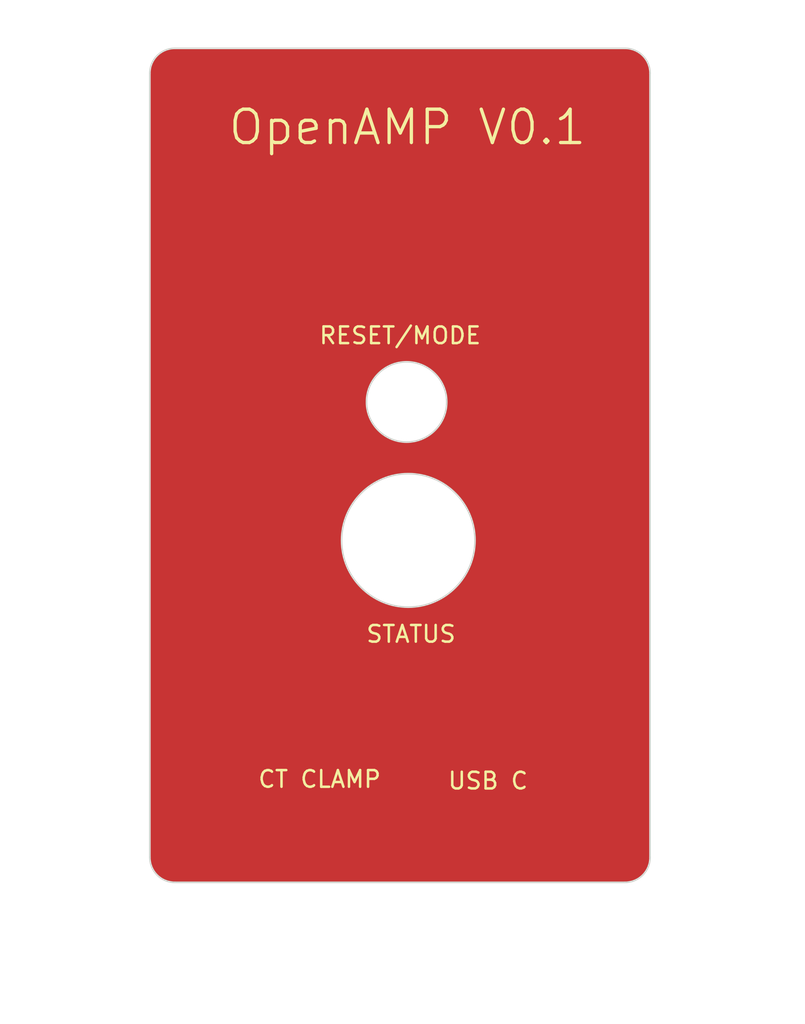
<source format=kicad_pcb>
(kicad_pcb (version 20221018) (generator pcbnew)

  (general
    (thickness 1.6)
  )

  (paper "A4")
  (layers
    (0 "F.Cu" signal)
    (1 "In1.Cu" signal)
    (2 "In2.Cu" signal)
    (31 "B.Cu" signal)
    (32 "B.Adhes" user "B.Adhesive")
    (33 "F.Adhes" user "F.Adhesive")
    (34 "B.Paste" user)
    (35 "F.Paste" user)
    (36 "B.SilkS" user "B.Silkscreen")
    (37 "F.SilkS" user "F.Silkscreen")
    (38 "B.Mask" user)
    (39 "F.Mask" user)
    (40 "Dwgs.User" user "User.Drawings")
    (41 "Cmts.User" user "User.Comments")
    (42 "Eco1.User" user "User.Eco1")
    (43 "Eco2.User" user "User.Eco2")
    (44 "Edge.Cuts" user)
    (45 "Margin" user)
    (46 "B.CrtYd" user "B.Courtyard")
    (47 "F.CrtYd" user "F.Courtyard")
    (48 "B.Fab" user)
    (49 "F.Fab" user)
    (50 "User.1" user)
    (51 "User.2" user)
    (52 "User.3" user)
    (53 "User.4" user)
    (54 "User.5" user)
    (55 "User.6" user)
    (56 "User.7" user)
    (57 "User.8" user)
    (58 "User.9" user)
  )

  (setup
    (stackup
      (layer "F.SilkS" (type "Top Silk Screen"))
      (layer "F.Paste" (type "Top Solder Paste"))
      (layer "F.Mask" (type "Top Solder Mask") (thickness 0.01))
      (layer "F.Cu" (type "copper") (thickness 0.035))
      (layer "dielectric 1" (type "prepreg") (thickness 0.1) (material "FR4") (epsilon_r 4.5) (loss_tangent 0.02))
      (layer "In1.Cu" (type "copper") (thickness 0.035))
      (layer "dielectric 2" (type "core") (thickness 1.24) (material "FR4") (epsilon_r 4.5) (loss_tangent 0.02))
      (layer "In2.Cu" (type "copper") (thickness 0.035))
      (layer "dielectric 3" (type "prepreg") (thickness 0.1) (material "FR4") (epsilon_r 4.5) (loss_tangent 0.02))
      (layer "B.Cu" (type "copper") (thickness 0.035))
      (layer "B.Mask" (type "Bottom Solder Mask") (thickness 0.01))
      (layer "B.Paste" (type "Bottom Solder Paste"))
      (layer "B.SilkS" (type "Bottom Silk Screen"))
      (copper_finish "None")
      (dielectric_constraints no)
    )
    (pad_to_mask_clearance 0)
    (pcbplotparams
      (layerselection 0x00010fc_fffffff9)
      (plot_on_all_layers_selection 0x0000000_00000000)
      (disableapertmacros false)
      (usegerberextensions true)
      (usegerberattributes true)
      (usegerberadvancedattributes true)
      (creategerberjobfile false)
      (dashed_line_dash_ratio 12.000000)
      (dashed_line_gap_ratio 3.000000)
      (svgprecision 4)
      (plotframeref false)
      (viasonmask false)
      (mode 1)
      (useauxorigin false)
      (hpglpennumber 1)
      (hpglpenspeed 20)
      (hpglpendiameter 15.000000)
      (dxfpolygonmode true)
      (dxfimperialunits true)
      (dxfusepcbnewfont true)
      (psnegative false)
      (psa4output false)
      (plotreference true)
      (plotvalue false)
      (plotinvisibletext false)
      (sketchpadsonfab false)
      (subtractmaskfromsilk true)
      (outputformat 1)
      (mirror false)
      (drillshape 0)
      (scaleselection 1)
      (outputdirectory "PowerMeterFabEnc/")
    )
  )

  (net 0 "")
  (net 1 "GND")

  (gr_poly
    (pts
      (xy 27.515875 186.51125)
      (xy 28.1985 185.967531)
      (xy 28.92875 185.967531)
      (xy 28.92875 186.205656)
      (xy 28.277875 186.205656)
      (xy 27.503969 186.82875)
      (xy 26.519719 185.87625)
      (xy 26.07125 186.197719)
      (xy 26.07125 185.904031)
      (xy 26.543531 185.566687)
    )

    (stroke (width 0) (type solid)) (fill solid) (layer "F.Mask") (tstamp 152a3ddc-1048-4a42-b529-acf028718612))
  (gr_poly
    (pts
      (xy 22.330677 194.364564)
      (xy 22.346606 194.365657)
      (xy 22.362241 194.367479)
      (xy 22.377581 194.370029)
      (xy 22.392626 194.373308)
      (xy 22.407377 194.377315)
      (xy 22.421834 194.382052)
      (xy 22.435996 194.387516)
      (xy 22.449863 194.39371)
      (xy 22.463436 194.400632)
      (xy 22.476714 194.408283)
      (xy 22.489698 194.416662)
      (xy 22.502387 194.42577)
      (xy 22.514782 194.435606)
      (xy 22.526882 194.446172)
      (xy 22.538687 194.457466)
      (xy 22.549981 194.469271)
      (xy 22.560546 194.481371)
      (xy 22.570383 194.493766)
      (xy 22.579491 194.506455)
      (xy 22.58787 194.519439)
      (xy 22.595521 194.532717)
      (xy 22.602443 194.54629)
      (xy 22.608636 194.560157)
      (xy 22.614101 194.574319)
      (xy 22.618837 194.588775)
      (xy 22.622845 194.603526)
      (xy 22.626124 194.618572)
      (xy 22.628674 194.633912)
      (xy 22.630496 194.649547)
      (xy 22.631589 194.665476)
      (xy 22.631953 194.6817)
      (xy 22.631589 194.697924)
      (xy 22.630496 194.713853)
      (xy 22.628674 194.729488)
      (xy 22.626124 194.744828)
      (xy 22.622845 194.759873)
      (xy 22.618837 194.774624)
      (xy 22.614101 194.789081)
      (xy 22.608636 194.803243)
      (xy 22.602443 194.81711)
      (xy 22.595521 194.830683)
      (xy 22.58787 194.843961)
      (xy 22.579491 194.856945)
      (xy 22.570383 194.869634)
      (xy 22.560546 194.882029)
      (xy 22.549981 194.894129)
      (xy 22.538687 194.905934)
      (xy 22.526882 194.917228)
      (xy 22.514782 194.927793)
      (xy 22.502387 194.93763)
      (xy 22.489698 194.946738)
      (xy 22.476714 194.955117)
      (xy 22.463436 194.962768)
      (xy 22.449863 194.96969)
      (xy 22.435996 194.975883)
      (xy 22.421834 194.981348)
      (xy 22.407377 194.986084)
      (xy 22.392626 194.990092)
      (xy 22.377581 194.993371)
      (xy 22.362241 194.995921)
      (xy 22.346606 194.997743)
      (xy 22.330677 194.998836)
      (xy 22.314453 194.9992)
      (xy 22.298229 194.998836)
      (xy 22.2823 194.997743)
      (xy 22.266665 194.995921)
      (xy 22.251325 194.993371)
      (xy 22.236279 194.990092)
      (xy 22.221528 194.986084)
      (xy 22.207072 194.981348)
      (xy 22.19291 194.975883)
      (xy 22.179043 194.96969)
      (xy 22.16547 194.962768)
      (xy 22.152192 194.955117)
      (xy 22.139208 194.946738)
      (xy 22.126519 194.93763)
      (xy 22.114124 194.927793)
      (xy 22.102024 194.917228)
      (xy 22.090219 194.905934)
      (xy 22.078925 194.894129)
      (xy 22.068359 194.882029)
      (xy 22.058523 194.869634)
      (xy 22.049415 194.856945)
      (xy 22.041036 194.843961)
      (xy 22.033385 194.830683)
      (xy 22.026463 194.81711)
      (xy 22.020269 194.803243)
      (xy 22.014805 194.789081)
      (xy 22.010068 194.774624)
      (xy 22.006061 194.759873)
      (xy 22.002782 194.744828)
      (xy 22.000232 194.729488)
      (xy 21.99841 194.713853)
      (xy 21.997317 194.697924)
      (xy 21.996953 194.6817)
      (xy 21.997317 194.665476)
      (xy 21.99841 194.649547)
      (xy 22.000232 194.633912)
      (xy 22.002782 194.618572)
      (xy 22.006061 194.603526)
      (xy 22.010068 194.588775)
      (xy 22.014805 194.574319)
      (xy 22.020269 194.560157)
      (xy 22.026463 194.54629)
      (xy 22.033385 194.532717)
      (xy 22.041036 194.519439)
      (xy 22.049415 194.506455)
      (xy 22.058523 194.493766)
      (xy 22.068359 194.481371)
      (xy 22.078925 194.469271)
      (xy 22.090219 194.457466)
      (xy 22.102024 194.446172)
      (xy 22.114124 194.435606)
      (xy 22.126519 194.42577)
      (xy 22.139208 194.416662)
      (xy 22.152192 194.408283)
      (xy 22.16547 194.400632)
      (xy 22.179043 194.39371)
      (xy 22.19291 194.387516)
      (xy 22.207072 194.382052)
      (xy 22.221528 194.377315)
      (xy 22.236279 194.373308)
      (xy 22.251325 194.370029)
      (xy 22.266665 194.367479)
      (xy 22.2823 194.365657)
      (xy 22.298229 194.364564)
      (xy 22.314453 194.3642)
    )

    (stroke (width 0) (type solid)) (fill solid) (layer "F.Mask") (tstamp 1bab63b0-134c-42e9-b021-24caba50a642))
  (gr_poly
    (pts
      (xy 23.464049 193.5861)
      (xy 23.489792 193.614199)
      (xy 23.514837 193.642841)
      (xy 23.539184 193.672025)
      (xy 23.562834 193.701752)
      (xy 23.585786 193.732021)
      (xy 23.608041 193.762834)
      (xy 23.629597 193.794188)
      (xy 23.650457 193.826085)
      (xy 23.670618 193.858525)
      (xy 23.690082 193.891508)
      (xy 23.708848 193.925033)
      (xy 23.726917 193.959101)
      (xy 23.744288 193.993711)
      (xy 23.760962 194.028864)
      (xy 23.776937 194.064559)
      (xy 23.792076 194.100689)
      (xy 23.806238 194.137144)
      (xy 23.819423 194.173925)
      (xy 23.831632 194.211031)
      (xy 23.842864 194.248463)
      (xy 23.853119 194.28622)
      (xy 23.862397 194.324303)
      (xy 23.870699 194.362712)
      (xy 23.878024 194.401446)
      (xy 23.884373 194.440505)
      (xy 23.889744 194.479891)
      (xy 23.894139 194.519601)
      (xy 23.897558 194.559638)
      (xy 23.9 194.6)
      (xy 23.901465 194.640687)
      (xy 23.901953 194.6817)
      (xy 23.901465 194.722713)
      (xy 23.9 194.7634)
      (xy 23.897558 194.803762)
      (xy 23.894139 194.843799)
      (xy 23.889744 194.883509)
      (xy 23.884373 194.922894)
      (xy 23.878024 194.961954)
      (xy 23.870699 195.000688)
      (xy 23.862397 195.039097)
      (xy 23.853119 195.07718)
      (xy 23.842864 195.114937)
      (xy 23.831632 195.152369)
      (xy 23.819423 195.189475)
      (xy 23.806238 195.226256)
      (xy 23.792076 195.262711)
      (xy 23.776937 195.298841)
      (xy 23.760962 195.334536)
      (xy 23.744288 195.369689)
      (xy 23.726917 195.404299)
      (xy 23.708848 195.438367)
      (xy 23.690082 195.471892)
      (xy 23.670618 195.504874)
      (xy 23.650457 195.537314)
      (xy 23.629597 195.569211)
      (xy 23.608041 195.600566)
      (xy 23.585786 195.631378)
      (xy 23.562834 195.661648)
      (xy 23.539184 195.691375)
      (xy 23.514837 195.720559)
      (xy 23.489792 195.749201)
      (xy 23.464049 195.7773)
      (xy 23.437609 195.804856)
      (xy 23.266953 195.6342)
      (xy 23.289479 195.611139)
      (xy 23.311415 195.587598)
      (xy 23.332763 195.563576)
      (xy 23.353521 195.539074)
      (xy 23.373691 195.514091)
      (xy 23.393271 195.488627)
      (xy 23.412262 195.462683)
      (xy 23.430664 195.436258)
      (xy 23.448477 195.409353)
      (xy 23.4657 195.381967)
      (xy 23.482335 195.354101)
      (xy 23.498381 195.325754)
      (xy 23.513837 195.296926)
      (xy 23.528704 195.267618)
      (xy 23.542982 195.237829)
      (xy 23.556672 195.207559)
      (xy 23.569648 195.176902)
      (xy 23.581786 195.145951)
      (xy 23.593088 195.114705)
      (xy 23.603553 195.083164)
      (xy 23.61318 195.051329)
      (xy 23.62197 195.019199)
      (xy 23.629923 194.986774)
      (xy 23.637039 194.954055)
      (xy 23.643318 194.921042)
      (xy 23.648759 194.887734)
      (xy 23.653363 194.854131)
      (xy 23.657131 194.820234)
      (xy 23.660061 194.786042)
      (xy 23.662154 194.751556)
      (xy 23.663409 194.716775)
      (xy 23.663828 194.6817)
      (xy 23.663417 194.646632)
      (xy 23.662185 194.611875)
      (xy 23.660131 194.577427)
      (xy 23.657255 194.54329)
      (xy 23.653557 194.509462)
      (xy 23.649038 194.475945)
      (xy 23.643697 194.442738)
      (xy 23.637535 194.409841)
      (xy 23.630551 194.377253)
      (xy 23.622745 194.344976)
      (xy 23.614118 194.313009)
      (xy 23.604669 194.281352)
      (xy 23.594398 194.250005)
      (xy 23.583306 194.218968)
      (xy 23.571392 194.188242)
      (xy 23.558656 194.157825)
      (xy 23.545192 194.12778)
      (xy 23.531092 194.09817)
      (xy 23.516356 194.068993)
      (xy 23.500985 194.040251)
      (xy 23.484978 194.011942)
      (xy 23.468336 193.984068)
      (xy 23.451058 193.956628)
      (xy 23.433144 193.929622)
      (xy 23.414595 193.90305)
      (xy 23.39541 193.876912)
      (xy 23.37559 193.851208)
      (xy 23.355134 193.825938)
      (xy 23.334042 193.801103)
      (xy 23.312314 193.776701)
      (xy 23.289951 193.752733)
      (xy 23.266953 193.7292)
      (xy 23.437609 193.558544)
    )

    (stroke (width 0) (type solid)) (fill solid) (layer "F.Mask") (tstamp 359d1b55-0cbf-4a08-b1f9-dd3f0e107662))
  (gr_poly
    (pts
      (xy 28.99386 154.979675)
      (xy 29.870729 155.386036)
      (xy 28.99386 155.792396)
      (xy 28.5875 156.669264)
      (xy 28.18114 155.792396)
      (xy 27.304271 155.386036)
      (xy 28.18114 154.979675)
      (xy 28.5875 154.102806)
    )

    (stroke (width 0) (type solid)) (fill solid) (layer "F.Mask") (tstamp 370f8989-9d89-4843-86aa-4c3819ffc6f8))
  (gr_poly
    (pts
      (xy 23.034597 156.229355)
      (xy 23.613333 156.497286)
      (xy 23.034597 156.765216)
      (xy 22.766667 157.343952)
      (xy 22.498736 156.765216)
      (xy 21.92 156.497286)
      (xy 22.498736 156.229355)
      (xy 22.766667 155.650619)
    )

    (stroke (width 0) (type solid)) (fill solid) (layer "F.Mask") (tstamp 5790e0e7-adde-4a67-8f8a-950c14f973df))
  (gr_arc (start 21.73879 183.44125) (mid 27.330278 169.225872) (end 33.5 183.2)
    (stroke (width 0.3) (type default)) (layer "F.Mask") (tstamp 6658ed05-3bfd-4a28-a285-c716f0a41a96))
  (gr_arc (start 22.9197 182.223436) (mid 27.343322 170.922354) (end 32.3 182)
    (stroke (width 0.25) (type default)) (layer "F.Mask") (tstamp 75786dc4-497e-4a91-bdd8-855096001468))
  (gr_poly
    (pts
      (xy 31.943343 156.842308)
      (xy 31.989847 156.8455)
      (xy 32.035482 156.85082)
      (xy 32.080248 156.858267)
      (xy 32.124145 156.867843)
      (xy 32.167172 156.879547)
      (xy 32.20933 156.893378)
      (xy 32.250619 156.909338)
      (xy 32.291039 156.927425)
      (xy 32.330589 156.94764)
      (xy 32.36927 156.969984)
      (xy 32.407081 156.994455)
      (xy 32.444024 157.021054)
      (xy 32.480097 157.049781)
      (xy 32.515301 157.080636)
      (xy 32.549635 157.113619)
      (xy 32.582476 157.148094)
      (xy 32.613197 157.18343)
      (xy 32.6418 157.219626)
      (xy 32.668284 157.256683)
      (xy 32.69265 157.294599)
      (xy 32.714896 157.333376)
      (xy 32.735024 157.373013)
      (xy 32.753033 157.413511)
      (xy 32.768924 157.454869)
      (xy 32.782696 157.497087)
      (xy 32.794349 157.540166)
      (xy 32.803883 157.584104)
      (xy 32.811298 157.628904)
      (xy 32.816595 157.674563)
      (xy 32.819773 157.721083)
      (xy 32.820833 157.768463)
      (xy 32.819774 157.815837)
      (xy 32.816596 157.862341)
      (xy 32.811301 157.907977)
      (xy 32.803888 157.952742)
      (xy 32.794356 157.996639)
      (xy 32.782707 158.039667)
      (xy 32.768939 158.081825)
      (xy 32.753053 158.123113)
      (xy 32.735049 158.163533)
      (xy 32.714927 158.203083)
      (xy 32.692687 158.241764)
      (xy 32.668329 158.279576)
      (xy 32.641852 158.316518)
      (xy 32.613258 158.352591)
      (xy 32.582545 158.387795)
      (xy 32.549714 158.422129)
      (xy 32.515396 158.45497)
      (xy 32.480222 158.485691)
      (xy 32.444192 158.514294)
      (xy 32.407305 158.540778)
      (xy 32.369562 158.565144)
      (xy 32.330962 158.58739)
      (xy 32.291507 158.607518)
      (xy 32.251195 158.625528)
      (xy 32.210026 158.641418)
      (xy 32.168002 158.65519)
      (xy 32.125121 158.666843)
      (xy 32.081384 158.676377)
      (xy 32.036791 158.683793)
      (xy 31.991341 158.68909)
      (xy 31.945035 158.692268)
      (xy 31.897873 158.693327)
      (xy 31.880614 158.693224)
      (xy 31.863452 158.692914)
      (xy 31.846386 158.692397)
      (xy 31.829416 158.691673)
      (xy 31.812542 158.690743)
      (xy 31.795765 158.689606)
      (xy 31.779084 158.688263)
      (xy 31.762499 158.686712)
      (xy 31.745343 158.684749)
      (xy 31.726946 158.682165)
      (xy 31.707309 158.678961)
      (xy 31.686432 158.675137)
      (xy 31.664314 158.670693)
      (xy 31.640957 158.665628)
      (xy 31.616359 158.659944)
      (xy 31.59052 158.653639)
      (xy 29.473853 160.770306)
      (xy 29.480158 160.796144)
      (xy 29.485843 160.820742)
      (xy 29.490907 160.8441)
      (xy 29.495351 160.866217)
      (xy 29.499175 160.887095)
      (xy 29.502379 160.906732)
      (xy 29.504963 160.925129)
      (xy 29.506927 160.942285)
      (xy 29.508477 160.95887)
      (xy 29.50982 160.975551)
      (xy 29.510957 160.992328)
      (xy 29.511888 161.009202)
      (xy 29.512611 161.026172)
      (xy 29.513128 161.043238)
      (xy 29.513438 161.0604)
      (xy 29.513542 161.077659)
      (xy 29.512478 161.124821)
      (xy 29.509286 161.171127)
      (xy 29.503966 161.216576)
      (xy 29.496518 161.26117)
      (xy 29.486942 161.304907)
      (xy 29.475239 161.347787)
      (xy 29.461407 161.389812)
      (xy 29.445448 161.43098)
      (xy 29.42736 161.471292)
      (xy 29.407145 161.510748)
      (xy 29.384802 161.549347)
      (xy 29.360331 161.58709)
      (xy 29.333731 161.623977)
      (xy 29.305004 161.660007)
      (xy 29.274149 161.695182)
      (xy 29.241167 161.7295)
      (xy 29.206691 161.76233)
      (xy 29.171355 161.793043)
      (xy 29.135159 161.821638)
      (xy 29.098103 161.848114)
      (xy 29.060186 161.872472)
      (xy 29.021409 161.894713)
      (xy 28.981772 161.914835)
      (xy 28.941274 161.932839)
      (xy 28.899916 161.948725)
      (xy 28.857698 161.962492)
      (xy 28.814619 161.974142)
      (xy 28.770681 161.983674)
      (xy 28.725881 161.991087)
      (xy 28.680222 161.996382)
      (xy 28.633702 161.99956)
      (xy 28.586322 162.000619)
      (xy 28.538948 161.99956)
      (xy 28.492444 161.996382)
      (xy 28.446809 161.991087)
      (xy 28.402043 161.983674)
      (xy 28.358146 161.974142)
      (xy 28.315119 161.962492)
      (xy 28.27296 161.948725)
      (xy 28.231672 161.932839)
      (xy 28.191252 161.914835)
      (xy 28.151702 161.894713)
      (xy 28.113021 161.872472)
      (xy 28.07521 161.848114)
      (xy 28.038267 161.821638)
      (xy 28.002194 161.793043)
      (xy 27.966991 161.76233)
      (xy 27.932656 161.7295)
      (xy 27.899816 161.695182)
      (xy 27.869094 161.660007)
      (xy 27.840491 161.623977)
      (xy 27.814007 161.58709)
      (xy 27.789641 161.549347)
      (xy 27.767395 161.510748)
      (xy 27.747267 161.471292)
      (xy 27.729257 161.43098)
      (xy 27.713367 161.389812)
      (xy 27.699595 161.347787)
      (xy 27.687942 161.304907)
      (xy 27.678408 161.26117)
      (xy 27.670992 161.216576)
      (xy 27.665695 161.171127)
      (xy 27.662517 161.124821)
      (xy 27.661458 161.077659)
      (xy 27.661561 161.0604)
      (xy 27.661871 161.043238)
      (xy 27.662388 161.026172)
      (xy 27.663112 161.009202)
      (xy 27.664042 160.992328)
      (xy 27.665179 160.975551)
      (xy 27.666522 160.95887)
      (xy 27.668073 160.942285)
      (xy 27.670036 160.925129)
      (xy 27.67262 160.906732)
      (xy 27.675824 160.887095)
      (xy 27.679648 160.866217)
      (xy 27.684092 160.8441)
      (xy 27.689157 160.820742)
      (xy 27.694841 160.796144)
      (xy 27.701146 160.770306)
      (xy 26.245937 159.315098)
      (xy 26.220099 159.321402)
      (xy 26.195501 159.327087)
      (xy 26.172143 159.332151)
      (xy 26.150026 159.336595)
      (xy 26.129149 159.340419)
      (xy 26.109512 159.343623)
      (xy 26.091115 159.346207)
      (xy 26.073958 159.348171)
      (xy 26.05737 159.349721)
      (xy 26.040679 159.351065)
      (xy 26.023884 159.352202)
      (xy 26.006986 159.353132)
      (xy 25.989984 159.353855)
      (xy 25.972879 159.354372)
      (xy 25.955671 159.354682)
      (xy 25.938359 159.354786)
      (xy 25.928592 159.354165)
      (xy 25.910867 159.352305)
      (xy 25.885184 159.349204)
      (xy 25.851543 159.344864)
      (xy 25.760386 159.332461)
      (xy 25.637396 159.315098)
      (xy 22.991563 161.960931)
      (xy 22.997867 161.986769)
      (xy 23.003551 162.011367)
      (xy 23.008616 162.034725)
      (xy 23.01306 162.056843)
      (xy 23.016884 162.07772)
      (xy 23.020088 162.097357)
      (xy 23.022672 162.115754)
      (xy 23.024635 162.13291)
      (xy 23.026186 162.149495)
      (xy 23.027529 162.166176)
      (xy 23.028666 162.182953)
      (xy 23.029596 162.199827)
      (xy 23.03032 162.216796)
      (xy 23.030836 162.233863)
      (xy 23.031147 162.251025)
      (xy 23.03125 162.268284)
      (xy 23.030186 162.315446)
      (xy 23.026994 162.361752)
      (xy 23.021674 162.407201)
      (xy 23.014226 162.451795)
      (xy 23.004651 162.495532)
      (xy 22.992947 162.538412)
      (xy 22.979116 162.580437)
      (xy 22.963156 162.621605)
      (xy 22.945069 162.661917)
      (xy 22.924853 162.701373)
      (xy 22.90251 162.739972)
      (xy 22.878039 162.777715)
      (xy 22.85144 162.814602)
      (xy 22.822712 162.850633)
      (xy 22.791857 162.885807)
      (xy 22.758875 162.920125)
      (xy 22.724399 162.952956)
      (xy 22.689064 162.983668)
      (xy 22.652868 163.012263)
      (xy 22.615812 163.038739)
      (xy 22.577896 163.063098)
      (xy 22.539119 163.085338)
      (xy 22.499483 163.10546)
      (xy 22.458986 163.123464)
      (xy 22.417629 163.13935)
      (xy 22.375412 163.153118)
      (xy 22.332334 163.164767)
      (xy 22.288397 163.174299)
      (xy 22.243599 163.181712)
      (xy 22.197941 163.187008)
      (xy 22.151423 163.190185)
      (xy 22.104044 163.191244)
      (xy 22.056669 163.19018)
      (xy 22.010162 163.186988)
      (xy 21.964526 163.181668)
      (xy 21.919758 163.17422)
      (xy 21.875861 163.164645)
      (xy 21.832832 163.152941)
      (xy 21.790673 163.13911)
      (xy 21.749383 163.12315)
      (xy 21.708963 163.105063)
      (xy 21.669412 163.084847)
      (xy 21.630731 163.062504)
      (xy 21.592919 163.038033)
      (xy 21.555976 163.011434)
      (xy 21.519903 162.982707)
      (xy 21.484699 162.951852)
      (xy 21.450365 162.918869)
      (xy 21.417524 162.884393)
      (xy 21.386803 162.849058)
      (xy 21.3582 162.812861)
      (xy 21.331715 162.775805)
      (xy 21.30735 162.737888)
      (xy 21.285103 162.699111)
      (xy 21.264975 162.659474)
      (xy 21.246966 162.618976)
      (xy 21.231076 162.577618)
      (xy 21.217304 162.5354)
      (xy 21.205651 162.492322)
      (xy 21.196117 162.448383)
      (xy 21.188701 162.403584)
      (xy 21.183404 162.357924)
      (xy 21.180226 162.311404)
      (xy 21.179167 162.264024)
      (xy 21.180226 162.216651)
      (xy 21.183403 162.170146)
      (xy 21.188698 162.124511)
      (xy 21.196112 162.079745)
      (xy 21.205643 162.035848)
      (xy 21.217293 161.992821)
      (xy 21.23106 161.950663)
      (xy 21.246946 161.909374)
      (xy 21.26495 161.868955)
      (xy 21.285072 161.829404)
      (xy 21.307313 161.790723)
      (xy 21.331671 161.752912)
      (xy 21.358147 161.715969)
      (xy 21.386742 161.679896)
      (xy 21.417454 161.644692)
      (xy 21.450285 161.610358)
      (xy 21.484603 161.577518)
      (xy 21.519777 161.546796)
      (xy 21.555808 161.518193)
      (xy 21.592695 161.491709)
      (xy 21.630438 161.467344)
      (xy 21.669037 161.445097)
      (xy 21.708493 161.424969)
      (xy 21.748805 161.40696)
      (xy 21.789973 161.391069)
      (xy 21.831997 161.377298)
      (xy 21.874878 161.365645)
      (xy 21.918615 161.35611)
      (xy 21.963208 161.348695)
      (xy 22.008658 161.343398)
      (xy 22.054964 161.34022)
      (xy 22.102126 161.339161)
      (xy 22.119385 161.339264)
      (xy 22.136547 161.339574)
      (xy 22.153614 161.340091)
      (xy 22.170583 161.340814)
      (xy 22.187457 161.341744)
      (xy 22.204234 161.342881)
      (xy 22.220915 161.344225)
      (xy 22.2375 161.345775)
      (xy 22.254657 161.347739)
      (xy 22.273053 161.350322)
      (xy 22.29269 161.353526)
      (xy 22.313568 161.357351)
      (xy 22.335685 161.361795)
      (xy 22.359043 161.366859)
      (xy 22.383641 161.372543)
      (xy 22.409479 161.378848)
      (xy 25.055313 158.733015)
      (xy 25.049008 158.707177)
      (xy 25.043323 158.682579)
      (xy 25.038259 158.659221)
      (xy 25.033815 158.637103)
      (xy 25.029991 158.616226)
      (xy 25.026787 158.596589)
      (xy 25.024203 158.578192)
      (xy 25.02224 158.561035)
      (xy 25.020689 158.544451)
      (xy 25.019345 158.52777)
      (xy 25.018209 158.510993)
      (xy 25.017278 158.494119)
      (xy 25.016555 158.477149)
      (xy 25.016038 158.460083)
      (xy 25.015728 158.442921)
      (xy 25.015625 158.425662)
      (xy 25.016689 158.3785)
      (xy 25.019881 158.332194)
      (xy 25.025201 158.286744)
      (xy 25.032648 158.242151)
      (xy 25.042224 158.198414)
      (xy 25.053928 158.155533)
      (xy 25.067759 158.113509)
      (xy 25.083719 158.072341)
      (xy 25.101806 158.032029)
      (xy 25.122021 157.992573)
      (xy 25.144365 157.953974)
      (xy 25.168836 157.916231)
      (xy 25.195435 157.879344)
      (xy 25.224162 157.843313)
      (xy 25.255017 157.808139)
      (xy 25.288 157.773821)
      (xy 25.322475 157.74099)
      (xy 25.357811 157.710277)
      (xy 25.394007 157.681683)
      (xy 25.431064 157.655206)
      (xy 25.46898 157.630848)
      (xy 25.507757 157.608608)
      (xy 25.547394 157.588486)
      (xy 25.587892 157.570482)
      (xy 25.62925 157.554596)
      (xy 25.671468 157.540828)
      (xy 25.714547 157.529178)
      (xy 25.758485 157.519647)
      (xy 25.803285 157.512233)
      (xy 25.848944 157.506938)
      (xy 25.895464 157.503761)
      (xy 25.942844 157.502702)
      (xy 25.990218 157.503768)
      (xy 26.036722 157.506967)
      (xy 26.082358 157.512299)
      (xy 26.127124 157.519763)
      (xy 26.17102 157.529359)
      (xy 26.214048 157.541088)
      (xy 26.256206 157.55495)
      (xy 26.297495 157.570945)
      (xy 26.337914 157.589071)
      (xy 26.377464 157.609331)
      (xy 26.416145 157.631723)
      (xy 26.453957 157.656248)
      (xy 26.490899 157.682905)
      (xy 26.526972 157.711695)
      (xy 26.562176 157.742618)
      (xy 26.59651 157.775673)
      (xy 26.629351 157.810225)
      (xy 26.660072 157.84564)
      (xy 26.688675 157.881916)
      (xy 26.715159 157.919055)
      (xy 26.739525 157.957057)
      (xy 26.761771 157.99592)
      (xy 26.781899 158.035645)
      (xy 26.799909 158.076233)
      (xy 26.815799 158.117683)
      (xy 26.829571 158.159995)
      (xy 26.841224 158.203169)
      (xy 26.850758 158.247205)
      (xy 26.858174 158.292104)
      (xy 26.863471 158.337864)
      (xy 26.866649 158.384487)
      (xy 26.867708 158.431972)
      (xy 26.867088 158.441757)
      (xy 26.865228 158.459498)
      (xy 26.862127 158.485195)
      (xy 26.857786 158.518848)
      (xy 26.845384 158.61002)
      (xy 26.82802 158.733015)
      (xy 28.283229 160.188223)
      (xy 28.309067 160.181919)
      (xy 28.333665 160.176234)
      (xy 28.357023 160.17117)
      (xy 28.37914 160.166726)
      (xy 28.400018 160.162901)
      (xy 28.419655 160.159697)
      (xy 28.438052 160.157114)
      (xy 28.455208 160.15515)
      (xy 28.471745 160.1536)
      (xy 28.488281 160.152256)
      (xy 28.504817 160.151119)
      (xy 28.521354 160.150189)
      (xy 28.53789 160.149466)
      (xy 28.554427 160.148949)
      (xy 28.570963 160.148639)
      (xy 28.5875 160.148535)
      (xy 28.604036 160.148639)
      (xy 28.620572 160.148949)
      (xy 28.637109 160.149466)
      (xy 28.653646 160.150189)
      (xy 28.670182 160.151119)
      (xy 28.686719 160.152256)
      (xy 28.703255 160.1536)
      (xy 28.719792 160.15515)
      (xy 28.736948 160.157114)
      (xy 28.755345 160.159697)
      (xy 28.774982 160.162901)
      (xy 28.795859 160.166726)
      (xy 28.817977 160.17117)
      (xy 28.841334 160.176234)
      (xy 28.865932 160.181919)
      (xy 28.891771 160.188223)
      (xy 31.008438 158.071556)
      (xy 31.002133 158.045718)
      (xy 30.996448 158.02112)
      (xy 30.991384 157.997762)
      (xy 30.98694 157.975645)
      (xy 30.983116 157.954768)
      (xy 30.979912 157.935131)
      (xy 30.977328 157.916734)
      (xy 30.975364 157.899577)
      (xy 30.973814 157.882993)
      (xy 30.97247 157.866312)
      (xy 30.971333 157.849534)
      (xy 30.970403 157.832661)
      (xy 30.96968 157.815691)
      (xy 30.969163 157.798625)
      (xy 30.968853 157.781462)
      (xy 30.968749 157.764203)
      (xy 30.969813 157.717041)
      (xy 30.973005 157.670735)
      (xy 30.978325 157.625286)
      (xy 30.985773 157.580692)
      (xy 30.995349 157.536955)
      (xy 31.007052 157.494074)
      (xy 31.020884 157.45205)
      (xy 31.036843 157.410882)
      (xy 31.054931 157.37057)
      (xy 31.075146 157.331114)
      (xy 31.097489 157.292515)
      (xy 31.12196 157.254772)
      (xy 31.14856 157.217885)
      (xy 31.177287 157.181854)
      (xy 31.208142 157.14668)
      (xy 31.241125 157.112362)
      (xy 31.2756 157.079531)
      (xy 31.310936 157.048819)
      (xy 31.347132 157.020224)
      (xy 31.384188 156.993748)
      (xy 31.422105 156.96939)
      (xy 31.460882 156.947149)
      (xy 31.500519 156.927027)
      (xy 31.541017 156.909023)
      (xy 31.582375 156.893138)
      (xy 31.624593 156.87937)
      (xy 31.667672 156.86772)
      (xy 31.71161 156.858189)
      (xy 31.75641 156.850775)
      (xy 31.802069 156.84548)
      (xy 31.848589 156.842303)
      (xy 31.895969 156.841244)
    )

    (stroke (width 0) (type solid)) (fill solid) (layer "F.Mask") (tstamp 99f20c6e-5b01-4e73-8d4b-694fd018bdf4))
  (gr_poly
    (pts
      (xy 21.361953 193.7292)
      (xy 21.339427 193.752261)
      (xy 21.317491 193.775802)
      (xy 21.296143 193.799824)
      (xy 21.275385 193.824326)
      (xy 21.255215 193.849309)
      (xy 21.235635 193.874772)
      (xy 21.216644 193.900717)
      (xy 21.198242 193.927141)
      (xy 21.180429 193.954047)
      (xy 21.163205 193.981433)
      (xy 21.146571 194.009299)
      (xy 21.130525 194.037646)
      (xy 21.115069 194.066474)
      (xy 21.100202 194.095782)
      (xy 21.085923 194.125571)
      (xy 21.072234 194.155841)
      (xy 21.059258 194.186498)
      (xy 21.047119 194.217449)
      (xy 21.035818 194.248695)
      (xy 21.025353 194.280236)
      (xy 21.015726 194.312071)
      (xy 21.006936 194.344201)
      (xy 20.998983 194.376626)
      (xy 20.991867 194.409344)
      (xy 20.985588 194.442358)
      (xy 20.980147 194.475666)
      (xy 20.975542 194.509269)
      (xy 20.971775 194.543166)
      (xy 20.968845 194.577357)
      (xy 20.966752 194.611844)
      (xy 20.965497 194.646625)
      (xy 20.965078 194.6817)
      (xy 20.965489 194.716768)
      (xy 20.966721 194.751525)
      (xy 20.968775 194.785973)
      (xy 20.971651 194.82011)
      (xy 20.975349 194.853937)
      (xy 20.979868 194.887455)
      (xy 20.985209 194.920662)
      (xy 20.991371 194.953559)
      (xy 20.998355 194.986146)
      (xy 21.006161 195.018423)
      (xy 21.014788 195.050391)
      (xy 21.024237 195.082048)
      (xy 21.034508 195.113394)
      (xy 21.0456 195.144431)
      (xy 21.057514 195.175158)
      (xy 21.07025 195.205575)
      (xy 21.083714 195.23562)
      (xy 21.097814 195.26523)
      (xy 21.11255 195.294407)
      (xy 21.127921 195.323149)
      (xy 21.143928 195.351458)
      (xy 21.16057 195.379332)
      (xy 21.177848 195.406772)
      (xy 21.195762 195.433778)
      (xy 21.214311 195.46035)
      (xy 21.233496 195.486488)
      (xy 21.253316 195.512192)
      (xy 21.273772 195.537462)
      (xy 21.294864 195.562297)
      (xy 21.316591 195.586699)
      (xy 21.338954 195.610666)
      (xy 21.361953 195.6342)
      (xy 21.191297 195.804856)
      (xy 21.164856 195.77778)
      (xy 21.139114 195.750131)
      (xy 21.114069 195.721908)
      (xy 21.089722 195.693111)
      (xy 21.066072 195.663741)
      (xy 21.04312 195.633797)
      (xy 21.020865 195.603279)
      (xy 20.999308 195.572188)
      (xy 20.978449 195.540523)
      (xy 20.958288 195.508285)
      (xy 20.938824 195.475473)
      (xy 20.920057 195.442088)
      (xy 20.901989 195.408128)
      (xy 20.884618 195.373596)
      (xy 20.867944 195.338489)
      (xy 20.851969 195.302809)
      (xy 20.83683 195.266664)
      (xy 20.822668 195.230163)
      (xy 20.809483 195.193304)
      (xy 20.797274 195.15609)
      (xy 20.786042 195.118518)
      (xy 20.775787 195.08059)
      (xy 20.766509 195.042306)
      (xy 20.758207 195.003665)
      (xy 20.750882 194.964667)
      (xy 20.744533 194.925313)
      (xy 20.739162 194.885602)
      (xy 20.734766 194.845535)
      (xy 20.731348 194.805111)
      (xy 20.728906 194.764331)
      (xy 20.727441 194.723194)
      (xy 20.726953 194.6817)
      (xy 20.727441 194.640206)
      (xy 20.728906 194.599069)
      (xy 20.731348 194.558289)
      (xy 20.734766 194.517865)
      (xy 20.739162 194.477798)
      (xy 20.744533 194.438087)
      (xy 20.750882 194.398733)
      (xy 20.758207 194.359735)
      (xy 20.766509 194.321094)
      (xy 20.775787 194.28281)
      (xy 20.786042 194.244882)
      (xy 20.797274 194.20731)
      (xy 20.809483 194.170096)
      (xy 20.822668 194.133237)
      (xy 20.83683 194.096736)
      (xy 20.851969 194.060591)
      (xy 20.867944 194.024911)
      (xy 20.884618 193.989804)
      (xy 20.901989 193.955271)
      (xy 20.920057 193.921312)
      (xy 20.938824 193.887927)
      (xy 20.958288 193.855115)
      (xy 20.978449 193.822876)
      (xy 20.999308 193.791212)
      (xy 21.020865 193.760121)
      (xy 21.04312 193.729603)
      (xy 21.066072 193.699659)
      (xy 21.089722 193.670289)
      (xy 21.114069 193.641492)
      (xy 21.139114 193.613269)
      (xy 21.164856 193.58562)
      (xy 21.191297 193.558544)
    )

    (stroke (width 0) (type solid)) (fill solid) (layer "F.Mask") (tstamp 9a8f8679-b789-4507-86ca-53f2a13238eb))
  (gr_arc (start 24.001912 181.107405) (mid 27.567445 172.475517) (end 30.899999 181.199999)
    (stroke (width 0.2) (type default)) (layer "F.Mask") (tstamp cf275324-1970-4b27-94a2-77b01b42f068))
  (gr_poly
    (pts
      (xy 21.810422 194.177669)
      (xy 21.798663 194.189707)
      (xy 21.787198 194.202008)
      (xy 21.776028 194.214573)
      (xy 21.765153 194.227402)
      (xy 21.754572 194.240494)
      (xy 21.744286 194.25385)
      (xy 21.734295 194.267469)
      (xy 21.724597 194.281352)
      (xy 21.715195 194.295499)
      (xy 21.706087 194.309909)
      (xy 21.697274 194.324582)
      (xy 21.688755 194.339519)
      (xy 21.68053 194.35472)
      (xy 21.672601 194.370184)
      (xy 21.664965 194.385912)
      (xy 21.657625 194.401903)
      (xy 21.650656 194.418111)
      (xy 21.644137 194.43449)
      (xy 21.638068 194.45104)
      (xy 21.632448 194.46776)
      (xy 21.627278 194.48465)
      (xy 21.622557 194.501711)
      (xy 21.618286 194.518942)
      (xy 21.614465 194.536345)
      (xy 21.611093 194.553917)
      (xy 21.60817 194.57166)
      (xy 21.605698 194.589574)
      (xy 21.603675 194.607658)
      (xy 21.602101 194.625913)
      (xy 21.600977 194.644338)
      (xy 21.600303 194.662934)
      (xy 21.600078 194.6817)
      (xy 21.600295 194.700458)
      (xy 21.600946 194.719031)
      (xy 21.602031 194.737417)
      (xy 21.603551 194.755618)
      (xy 21.605504 194.773632)
      (xy 21.607891 194.791461)
      (xy 21.610713 194.809103)
      (xy 21.613969 194.826559)
      (xy 21.617658 194.84383)
      (xy 21.621782 194.860914)
      (xy 21.62634 194.877812)
      (xy 21.631332 194.894524)
      (xy 21.636758 194.91105)
      (xy 21.642618 194.92739)
      (xy 21.648912 194.943544)
      (xy 21.65564 194.959512)
      (xy 21.662756 194.975279)
      (xy 21.670213 194.990828)
      (xy 21.678011 195.006161)
      (xy 21.68615 195.021276)
      (xy 21.69463 195.036174)
      (xy 21.703452 195.050856)
      (xy 21.712614 195.06532)
      (xy 21.722117 195.079567)
      (xy 21.731961 195.093597)
      (xy 21.742147 195.10741)
      (xy 21.752673 195.121006)
      (xy 21.763541 195.134385)
      (xy 21.774749 195.147547)
      (xy 21.786299 195.160492)
      (xy 21.79819 195.17322)
      (xy 21.810422 195.185731)
      (xy 21.639765 195.356387)
      (xy 21.624092 195.340334)
      (xy 21.608822 195.323924)
      (xy 21.593954 195.307158)
      (xy 21.57949 195.290035)
      (xy 21.565429 195.272555)
      (xy 21.551771 195.254719)
      (xy 21.538516 195.236527)
      (xy 21.525664 195.217977)
      (xy 21.513215 195.199071)
      (xy 21.501169 195.179809)
      (xy 21.489527 195.16019)
      (xy 21.478287 195.140215)
      (xy 21.46745 195.119882)
      (xy 21.457017 195.099194)
      (xy 21.446986 195.078149)
      (xy 21.437359 195.056747)
      (xy 21.428228 195.03505)
      (xy 21.419686 195.013122)
      (xy 21.411733 194.99096)
      (xy 21.404369 194.968566)
      (xy 21.397594 194.94594)
      (xy 21.391409 194.923081)
      (xy 21.385812 194.899989)
      (xy 21.380805 194.876665)
      (xy 21.376386 194.853108)
      (xy 21.372557 194.829319)
      (xy 21.369317 194.805297)
      (xy 21.366666 194.781043)
      (xy 21.364604 194.756556)
      (xy 21.363131 194.731836)
      (xy 21.362248 194.706884)
      (xy 21.361953 194.6817)
      (xy 21.362248 194.656515)
      (xy 21.363131 194.631563)
      (xy 21.364604 194.606844)
      (xy 21.366666 194.582357)
      (xy 21.369317 194.558103)
      (xy 21.372557 194.534081)
      (xy 21.376386 194.510292)
      (xy 21.380805 194.486735)
      (xy 21.385812 194.463411)
      (xy 21.391409 194.440319)
      (xy 21.397594 194.41746)
      (xy 21.404369 194.394834)
      (xy 21.411733 194.37244)
      (xy 21.419686 194.350278)
      (xy 21.428228 194.328349)
      (xy 21.437359 194.306653)
      (xy 21.446986 194.285251)
      (xy 21.457017 194.264206)
      (xy 21.46745 194.243517)
      (xy 21.478287 194.223185)
      (xy 21.489527 194.20321)
      (xy 21.501169 194.183591)
      (xy 21.513215 194.164328)
      (xy 21.525664 194.145423)
      (xy 21.538516 194.126873)
      (xy 21.551771 194.108681)
      (xy 21.565429 194.090845)
      (xy 21.57949 194.073365)
      (xy 21.593954 194.056242)
      (xy 21.608822 194.039476)
      (xy 21.624092 194.023066)
      (xy 21.639765 194.007012)
    )

    (stroke (width 0) (type solid)) (fill solid) (layer "F.Mask") (tstamp d46e5a82-205e-4cbd-8870-6dfdf2a865a2))
  (gr_poly
    (pts
      (xy 23.004814 194.023066)
      (xy 23.020084 194.039476)
      (xy 23.034952 194.056242)
      (xy 23.049416 194.073365)
      (xy 23.063477 194.090845)
      (xy 23.077135 194.108681)
      (xy 23.09039 194.126873)
      (xy 23.103242 194.145423)
      (xy 23.115691 194.164328)
      (xy 23.127737 194.183591)
      (xy 23.139379 194.20321)
      (xy 23.150619 194.223185)
      (xy 23.161455 194.243517)
      (xy 23.171889 194.264206)
      (xy 23.181919 194.285251)
      (xy 23.191547 194.306653)
      (xy 23.200678 194.328349)
      (xy 23.20922 194.350278)
      (xy 23.217173 194.37244)
      (xy 23.224537 194.394834)
      (xy 23.231312 194.41746)
      (xy 23.237497 194.440319)
      (xy 23.243094 194.463411)
      (xy 23.248101 194.486735)
      (xy 23.25252 194.510292)
      (xy 23.256349 194.534081)
      (xy 23.259589 194.558103)
      (xy 23.26224 194.582357)
      (xy 23.264302 194.606844)
      (xy 23.265775 194.631563)
      (xy 23.266658 194.656515)
      (xy 23.266953 194.6817)
      (xy 23.266658 194.706404)
      (xy 23.265775 194.730906)
      (xy 23.264302 194.755207)
      (xy 23.26224 194.779306)
      (xy 23.259589 194.803204)
      (xy 23.256349 194.8269)
      (xy 23.25252 194.850395)
      (xy 23.248101 194.873688)
      (xy 23.243094 194.89678)
      (xy 23.237497 194.91967)
      (xy 23.231312 194.942358)
      (xy 23.224537 194.964845)
      (xy 23.217173 194.987131)
      (xy 23.20922 195.009215)
      (xy 23.200678 195.031097)
      (xy 23.191547 195.052778)
      (xy 23.181919 195.074195)
      (xy 23.171889 195.095287)
      (xy 23.161455 195.116053)
      (xy 23.150619 195.136494)
      (xy 23.139379 195.156609)
      (xy 23.127737 195.176398)
      (xy 23.115691 195.195862)
      (xy 23.103242 195.215001)
      (xy 23.09039 195.233814)
      (xy 23.077135 195.252301)
      (xy 23.063477 195.270462)
      (xy 23.049416 195.288299)
      (xy 23.034952 195.305809)
      (xy 23.020084 195.322994)
      (xy 23.004814 195.339854)
      (xy 22.98914 195.356387)
      (xy 22.818484 195.185731)
      (xy 22.830243 195.173693)
      (xy 22.841708 195.161392)
      (xy 22.852877 195.148826)
      (xy 22.863753 195.135998)
      (xy 22.874333 195.122906)
      (xy 22.88462 195.10955)
      (xy 22.894611 195.09593)
      (xy 22.904308 195.082048)
      (xy 22.913711 195.067901)
      (xy 22.922819 195.053491)
      (xy 22.931632 195.038818)
      (xy 22.940151 195.023881)
      (xy 22.948375 195.00868)
      (xy 22.956305 194.993216)
      (xy 22.96394 194.977488)
      (xy 22.971281 194.961497)
      (xy 22.97825 194.945289)
      (xy 22.984769 194.92891)
      (xy 22.990838 194.91236)
      (xy 22.996458 194.89564)
      (xy 23.001628 194.87875)
      (xy 23.006349 194.861689)
      (xy 23.01062 194.844457)
      (xy 23.014441 194.827055)
      (xy 23.017813 194.809483)
      (xy 23.020735 194.79174)
      (xy 23.023208 194.773826)
      (xy 23.025231 194.755742)
      (xy 23.026805 194.737487)
      (xy 23.027929 194.719062)
      (xy 23.028603 194.700466)
      (xy 23.028828 194.6817)
      (xy 23.028611 194.662941)
      (xy 23.02796 194.644369)
      (xy 23.026875 194.625982)
      (xy 23.025355 194.607782)
      (xy 23.023402 194.589768)
      (xy 23.021014 194.571939)
      (xy 23.018193 194.554297)
      (xy 23.014937 194.536841)
      (xy 23.011248 194.51957)
      (xy 23.007124 194.502486)
      (xy 23.002566 194.485588)
      (xy 22.997574 194.468876)
      (xy 22.992148 194.45235)
      (xy 22.986288 194.43601)
      (xy 22.979994 194.419855)
      (xy 22.973265 194.403887)
      (xy 22.96615 194.388121)
      (xy 22.958693 194.372572)
      (xy 22.950895 194.357239)
      (xy 22.942756 194.342124)
      (xy 22.934276 194.327225)
      (xy 22.925454 194.312544)
      (xy 22.916292 194.29808)
      (xy 22.906789 194.283833)
      (xy 22.896945 194.269803)
      (xy 22.886759 194.255989)
      (xy 22.876233 194.242393)
      (xy 22.865365 194.229014)
      (xy 22.854156 194.215852)
      (xy 22.842607 194.202907)
      (xy 22.830716 194.19018)
      (xy 22.818484 194.177669)
      (xy 22.98914 194.007012)
    )

    (stroke (width 0) (type solid)) (fill solid) (layer "F.Mask") (tstamp de6ce5d2-4d28-40ab-96d1-d8dcde70b614))
  (gr_poly
    (pts
      (xy 28.92875 184.264937)
      (xy 27.503969 185.296812)
      (xy 26.809437 184.602281)
      (xy 26.07125 185.138062)
      (xy 26.07125 184.844375)
      (xy 26.83325 184.28875)
      (xy 27.527781 184.983281)
      (xy 28.92875 183.97125)
    )

    (stroke (width 0) (type solid)) (fill solid) (layer "F.Mask") (tstamp e0339896-7c6b-4d30-98cf-95ba73b6bece))
  (gr_poly
    (pts
      (xy 32.694135 193.657929)
      (xy 32.376635 193.657929)
      (xy 32.376635 195.007304)
      (xy 32.96401 195.007304)
      (xy 32.96401 194.594554)
      (xy 32.797323 194.594554)
      (xy 32.797323 194.023054)
      (xy 33.368823 194.023054)
      (xy 33.368823 194.594554)
      (xy 33.202135 194.594554)
      (xy 33.202135 195.007304)
      (xy 33.201856 195.019117)
      (xy 33.201019 195.030744)
      (xy 33.199624 195.042185)
      (xy 33.19767 195.053441)
      (xy 33.195159 195.06451)
      (xy 33.192089 195.075393)
      (xy 33.188462 195.08609)
      (xy 33.184276 195.096601)
      (xy 33.179532 195.106926)
      (xy 33.17423 195.117065)
      (xy 33.16837 195.127018)
      (xy 33.161952 195.136784)
      (xy 33.154975 195.146365)
      (xy 33.147441 195.15576)
      (xy 33.139348 195.164969)
      (xy 33.130698 195.173992)
      (xy 33.121675 195.182642)
      (xy 33.112466 195.190735)
      (xy 33.103072 195.198269)
      (xy 33.093491 195.205245)
      (xy 33.083724 195.211664)
      (xy 33.073771 195.217524)
      (xy 33.063632 195.222826)
      (xy 33.053307 195.22757)
      (xy 33.042796 195.231755)
      (xy 33.032099 195.235383)
      (xy 33.021216 195.238453)
      (xy 33.010147 195.240964)
      (xy 32.998892 195.242918)
      (xy 32.987451 195.244313)
      (xy 32.975824 195.24515)
      (xy 32.96401 195.245429)
      (xy 32.376635 195.245429)
      (xy 32.376635 195.68596)
      (xy 32.386394 195.691377)
      (xy 32.395876 195.697057)
      (xy 32.405081 195.703002)
      (xy 32.41401 195.709212)
      (xy 32.422662 195.715685)
      (xy 32.431037 195.722423)
      (xy 32.439135 195.729425)
      (xy 32.446957 195.736691)
      (xy 32.454502 195.744221)
      (xy 32.46177 195.752016)
      (xy 32.468761 195.760074)
      (xy 32.475476 195.768397)
      (xy 32.481914 195.776985)
      (xy 32.488075 195.785836)
      (xy 32.49396 195.794952)
      (xy 32.499567 195.804332)
      (xy 32.504866 195.813857)
      (xy 32.509823 195.823408)
      (xy 32.514437 195.832984)
      (xy 32.51871 195.842585)
      (xy 32.522642 195.852213)
      (xy 32.526231 195.861866)
      (xy 32.529478 195.871544)
      (xy 32.532384 195.881248)
      (xy 32.534948 195.890978)
      (xy 32.53717 195.900734)
      (xy 32.53905 195.910515)
      (xy 32.540588 195.920321)
      (xy 32.541785 195.930153)
      (xy 32.542639 195.940011)
      (xy 32.543152 195.949895)
      (xy 32.543323 195.959804)
      (xy 32.543013 195.975493)
      (xy 32.542083 195.99081)
      (xy 32.540532 196.005754)
      (xy 32.538362 196.020327)
      (xy 32.535571 196.034528)
      (xy 32.532161 196.048357)
      (xy 32.52813 196.061813)
      (xy 32.523479 196.074898)
      (xy 32.518208 196.08761)
      (xy 32.512317 196.09995)
      (xy 32.505806 196.111919)
      (xy 32.498674 196.123515)
      (xy 32.490923 196.134739)
      (xy 32.482551 196.145591)
      (xy 32.47356 196.156071)
      (xy 32.463948 196.166179)
      (xy 32.45384 196.175791)
      (xy 32.44336 196.184782)
      (xy 32.432508 196.193154)
      (xy 32.421284 196.200905)
      (xy 32.409688 196.208037)
      (xy 32.397719 196.214548)
      (xy 32.385379 196.220439)
      (xy 32.372667 196.22571)
      (xy 32.359582 196.230361)
      (xy 32.346126 196.234392)
      (xy 32.332297 196.237802)
      (xy 32.318096 196.240593)
      (xy 32.303524 196.242763)
      (xy 32.288579 196.244314)
      (xy 32.273262 196.245244)
      (xy 32.257573 196.245554)
      (xy 32.241884 196.245244)
      (xy 32.226567 196.244314)
      (xy 32.211622 196.242763)
      (xy 32.19705 196.240593)
      (xy 32.182849 196.237802)
      (xy 32.16902 196.234392)
      (xy 32.155564 196.230361)
      (xy 32.142479 196.22571)
      (xy 32.129767 196.220439)
      (xy 32.117427 196.214548)
      (xy 32.105458 196.208037)
      (xy 32.093862 196.200905)
      (xy 32.082638 196.193154)
      (xy 32.071786 196.184782)
      (xy 32.061306 196.175791)
      (xy 32.051198 196.166179)
      (xy 32.041586 196.156071)
      (xy 32.032594 196.145591)
      (xy 32.024223 196.134739)
      (xy 32.016471 196.123515)
      (xy 32.00934 196.111919)
      (xy 32.002829 196.09995)
      (xy 31.996938 196.08761)
      (xy 31.991667 196.074898)
      (xy 31.987016 196.061813)
      (xy 31.982985 196.048357)
      (xy 31.979574 196.034528)
      (xy 31.976784 196.020327)
      (xy 31.974613 196.005754)
      (xy 31.973063 195.99081)
      (xy 31.972133 195.975493)
      (xy 31.971823 195.959804)
      (xy 31.971993 195.948952)
      (xy 31.972505 195.938224)
      (xy 31.973358 195.92762)
      (xy 31.974551 195.91714)
      (xy 31.976086 195.906784)
      (xy 31.977962 195.896552)
      (xy 31.980179 195.886444)
      (xy 31.982737 195.87646)
      (xy 31.985636 195.8666)
      (xy 31.988876 195.856864)
      (xy 31.992457 195.847253)
      (xy 31.99638 195.837765)
      (xy 32.000643 195.828401)
      (xy 32.005247 195.819161)
      (xy 32.010193 195.810046)
      (xy 32.015479 195.801054)
      (xy 32.021076 195.792233)
      (xy 32.026951 195.783629)
      (xy 32.033106 195.775242)
      (xy 32.03954 195.767071)
      (xy 32.046253 195.759118)
      (xy 32.053244 195.751382)
      (xy 32.060515 195.743864)
      (xy 32.068065 195.736562)
      (xy 32.075894 195.729477)
      (xy 32.084002 195.722609)
      (xy 32.092389 195.715958)
      (xy 32.101055 195.709525)
      (xy 32.110001 195.703308)
      (xy 32.119225 195.697308)
      (xy 32.128728 195.691526)
      (xy 32.13851 195.68596)
      (xy 32.13851 195.245429)
      (xy 31.551135 195.245429)
      (xy 31.539322 195.24515)
      (xy 31.527695 195.244313)
      (xy 31.516254 195.242918)
      (xy 31.504999 195.240964)
      (xy 31.49393 195.238453)
      (xy 31.483047 195.235383)
      (xy 31.47235 195.231755)
      (xy 31.461839 195.22757)
      (xy 31.451514 195.222826)
      (xy 31.441375 195.217524)
      (xy 31.431422 195.211664)
      (xy 31.421655 195.205245)
      (xy 31.412074 195.198269)
      (xy 31.402679 195.190735)
      (xy 31.393471 195.182642)
      (xy 31.384448 195.173992)
      (xy 31.375797 195.164969)
      (xy 31.367705 195.15576)
      (xy 31.36017 195.146365)
      (xy 31.353194 195.136784)
      (xy 31.346776 195.127018)
      (xy 31.340916 195.117065)
      (xy 31.335614 195.106926)
      (xy 31.33087 195.096601)
      (xy 31.326684 195.08609)
      (xy 31.323056 195.075393)
      (xy 31.319987 195.06451)
      (xy 31.317475 195.053441)
      (xy 31.315522 195.042185)
      (xy 31.314127 195.030744)
      (xy 31.31329 195.019117)
      (xy 31.31301 195.007304)
      (xy 31.31301 194.57471)
      (xy 31.303228 194.570112)
      (xy 31.293725 194.565247)
      (xy 31.284501 194.560114)
      (xy 31.275555 194.554715)
      (xy 31.266889 194.549049)
      (xy 31.258502 194.543116)
      (xy 31.250394 194.536916)
      (xy 31.242565 194.53045)
      (xy 31.235015 194.523716)
      (xy 31.227744 194.516715)
      (xy 31.220753 194.509448)
      (xy 31.21404 194.501913)
      (xy 31.207606 194.494112)
      (xy 31.201451 194.486043)
      (xy 31.195576 194.477708)
      (xy 31.189979 194.469106)
      (xy 31.184693 194.460295)
      (xy 31.179747 194.451332)
      (xy 31.175143 194.442218)
      (xy 31.17088 194.432951)
      (xy 31.166957 194.423534)
      (xy 31.163376 194.413964)
      (xy 31.160136 194.404243)
      (xy 31.157237 194.39437)
      (xy 31.154679 194.384346)
      (xy 31.152462 194.374169)
      (xy 31.150586 194.363842)
      (xy 31.149051 194.353362)
      (xy 31.147858 194.342731)
      (xy 31.147005 194.331948)
      (xy 31.146494 194.321013)
      (xy 31.146323 194.309927)
      (xy 31.146633 194.294102)
      (xy 31.147563 194.278658)
      (xy 31.149114 194.263595)
      (xy 31.151284 194.248912)
      (xy 31.154074 194.234611)
      (xy 31.157485 194.22069)
      (xy 31.161516 194.20715)
      (xy 31.166167 194.193991)
      (xy 31.171438 194.181213)
      (xy 31.177329 194.168815)
      (xy 31.18384 194.156799)
      (xy 31.190971 194.145163)
      (xy 31.198723 194.133908)
      (xy 31.207094 194.123034)
      (xy 31.216086 194.112541)
      (xy 31.225698 194.102429)
      (xy 31.235806 194.092817)
      (xy 31.246286 194.083825)
      (xy 31.257138 194.075454)
      (xy 31.268362 194.067702)
      (xy 31.279958 194.060571)
      (xy 31.291926 194.05406)
      (xy 31.304267 194.048169)
      (xy 31.316979 194.042898)
      (xy 31.330064 194.038247)
      (xy 31.34352 194.034216)
      (xy 31.357349 194.030805)
      (xy 31.37155 194.028015)
      (xy 31.386122 194.025844)
      (xy 31.401067 194.024294)
      (xy 31.416384 194.023364)
      (xy 31.432073 194.023054)
      (xy 31.447762 194.023364)
      (xy 31.463079 194.024294)
      (xy 31.478024 194.025844)
      (xy 31.492596 194.028015)
      (xy 31.506797 194.030805)
      (xy 31.520626 194.034216)
      (xy 31.534082 194.038247)
      (xy 31.547167 194.042898)
      (xy 31.559879 194.048169)
      (xy 31.572219 194.05406)
      (xy 31.584188 194.060571)
      (xy 31.595784 194.067702)
      (xy 31.607008 194.075454)
      (xy 31.61786 194.083825)
      (xy 31.62834 194.092817)
      (xy 31.638448 194.102429)
      (xy 31.64806 194.112543)
      (xy 31.657051 194.123042)
      (xy 31.665423 194.133926)
      (xy 31.673175 194.145195)
      (xy 31.680306 194.156849)
      (xy 31.686817 194.168887)
      (xy 31.692708 194.18131)
      (xy 31.697979 194.194118)
      (xy 31.70263 194.207311)
      (xy 31.706661 194.220888)
      (xy 31.710072 194.234851)
      (xy 31.712862 194.249198)
      (xy 31.715032 194.26393)
      (xy 31.716583 194.279047)
      (xy 31.717513 194.294549)
      (xy 31.717823 194.310435)
      (xy 31.717652 194.321562)
      (xy 31.717141 194.332532)
      (xy 31.716288 194.343344)
      (xy 31.715094 194.353998)
      (xy 31.71356 194.364494)
      (xy 31.711684 194.374832)
      (xy 31.709467 194.385013)
      (xy 31.706909 194.395036)
      (xy 31.70401 194.404901)
      (xy 31.70077 194.414608)
      (xy 31.697189 194.424158)
      (xy 31.693266 194.433549)
      (xy 31.689003 194.442783)
      (xy 31.684399 194.451859)
      (xy 31.679453 194.460778)
      (xy 31.674167 194.469538)
      (xy 31.66857 194.478088)
      (xy 31.662695 194.486375)
      (xy 31.65654 194.494397)
      (xy 31.650106 194.502157)
      (xy 31.643393 194.509652)
      (xy 31.636402 194.516884)
      (xy 31.629131 194.523853)
      (xy 31.621581 194.530558)
      (xy 31.613752 194.536999)
      (xy 31.605644 194.543177)
      (xy 31.597257 194.549092)
      (xy 31.588591 194.554742)
      (xy 31.579645 194.56013)
      (xy 31.570421 194.565253)
      (xy 31.560918 194.570114)
      (xy 31.551135 194.57471)
      (xy 31.551135 195.007304)
      (xy 32.13851 195.007304)
      (xy 32.13851 193.657929)
      (xy 31.82101 193.657929)
      (xy 32.257573 193.066585)
    )

    (stroke (width 0) (type solid)) (fill solid) (layer "F.Mask") (tstamp ec48aef0-3b60-4257-a603-accee9613372))
  (gr_line (start 42 149.5) (end 42 196.5)
    (stroke (width 0.1) (type default)) (layer "Edge.Cuts") (tstamp 213b173a-b163-4602-b6c4-47312dbf8818))
  (gr_circle (center 27.5 177.5) (end 31.4 176.6)
    (stroke (width 0.1) (type default)) (fill none) (layer "Edge.Cuts") (tstamp 21c8ae99-d0b1-4ff7-bfa5-4d299ca69458))
  (gr_arc (start 40.5 148) (mid 41.56066 148.43934) (end 42 149.5)
    (stroke (width 0.1) (type default)) (layer "Edge.Cuts") (tstamp 3901283b-857c-4dcf-a8c4-3317dc358f69))
  (gr_line (start 12 196.5) (end 12 149.5)
    (stroke (width 0.1) (type default)) (layer "Edge.Cuts") (tstamp 499f2f7f-38c6-4e4d-8877-d4a71655de94))
  (gr_arc (start 12 149.5) (mid 12.43934 148.43934) (end 13.5 148)
    (stroke (width 0.1) (type default)) (layer "Edge.Cuts") (tstamp 93746d4c-d440-4809-beec-43d9f302fda6))
  (gr_arc (start 13.5 198) (mid 12.43934 197.56066) (end 12 196.5)
    (stroke (width 0.1) (type default)) (layer "Edge.Cuts") (tstamp a3bed46e-fb67-4e8f-ba24-105c298d5990))
  (gr_circle (center 27.4 169.2) (end 29.8 169)
    (stroke (width 0.1) (type default)) (fill none) (layer "Edge.Cuts") (tstamp a491c740-052c-47df-87f3-c132c8c0c46b))
  (gr_arc (start 42 196.5) (mid 41.56066 197.56066) (end 40.5 198)
    (stroke (width 0.1) (type default)) (layer "Edge.Cuts") (tstamp a9addb58-6b20-4142-a1f6-ebb538dac289))
  (gr_line (start 13.5 148) (end 40.5 148)
    (stroke (width 0.1) (type default)) (layer "Edge.Cuts") (tstamp ea773047-6d1f-45bf-8b93-9a04a35b66ea))
  (gr_line (start 40.5 198) (end 13.5 198)
    (stroke (width 0.1) (type default)) (layer "Edge.Cuts") (tstamp f99af215-6e1d-4601-8c1c-5ad593abf0ec))
  (gr_text "RESET/MODE" (at 22.079167 165.8) (layer "F.SilkS") (tstamp 04e6c871-0759-4115-8bb1-65d00dfda58c)
    (effects (font (size 1 1) (thickness 0.15)) (justify left bottom))
  )
  (gr_text "OpenAMP V0.1" (at 16.6 153.9) (layer "F.SilkS") (tstamp 1ccb1ff6-c212-432a-b5c0-204561bbf120)
    (effects (font (size 2 2) (thickness 0.2)) (justify left bottom))
  )
  (gr_text "CT CLAMP" (at 18.415595 192.4) (layer "F.SilkS") (tstamp 3ddbd4f8-28cb-4a7e-9b69-1838496f4fe0)
    (effects (font (size 1 1) (thickness 0.15)) (justify left bottom))
  )
  (gr_text "STATUS" (at 24.9 183.7) (layer "F.SilkS") (tstamp a9988648-d7a6-43cd-8666-95154e64ef7b)
    (effects (font (size 1 1) (thickness 0.15)) (justify left bottom))
  )
  (gr_text "USB C" (at 29.8 192.5) (layer "F.SilkS") (tstamp fb8de603-d13f-4c70-bb9b-37ed605fb5e6)
    (effects (font (size 1 1) (thickness 0.15)) (justify left bottom))
  )

  (zone (net 1) (net_name "GND") (layer "F.Cu") (tstamp 72ae2394-5fd5-4379-aff1-258d2168fa76) (hatch edge 0.5)
    (priority 3)
    (connect_pads yes (clearance 0.1))
    (min_thickness 0.25) (filled_areas_thickness no)
    (fill yes (thermal_gap 0.5) (thermal_bridge_width 0.5))
    (polygon
      (pts
        (xy 3.91 145.1)
        (xy 50.51 145.1)
        (xy 51.31 206.5)
        (xy 3.01 205.3)
      )
    )
    (filled_polygon
      (layer "F.Cu")
      (pts
        (xy 40.504417 148.000815)
        (xy 40.569755 148.005489)
        (xy 40.712453 148.016719)
        (xy 40.729056 148.019168)
        (xy 40.8185 148.038625)
        (xy 40.820979 148.039192)
        (xy 40.93257 148.065983)
        (xy 40.946925 148.070365)
        (xy 41.037735 148.104236)
        (xy 41.041696 148.105794)
        (xy 41.142794 148.14767)
        (xy 41.154758 148.153394)
        (xy 41.241588 148.200807)
        (xy 41.246915 148.203892)
        (xy 41.338433 148.259974)
        (xy 41.347951 148.266432)
        (xy 41.427845 148.326241)
        (xy 41.434037 148.331193)
        (xy 41.515086 148.400416)
        (xy 41.522235 148.407025)
        (xy 41.592973 148.477763)
        (xy 41.599582 148.484912)
        (xy 41.668793 148.565947)
        (xy 41.67377 148.572169)
        (xy 41.733564 148.652045)
        (xy 41.740024 148.661565)
        (xy 41.7961 148.753072)
        (xy 41.799206 148.758436)
        (xy 41.846602 148.845237)
        (xy 41.85233 148.857209)
        (xy 41.875679 148.913578)
        (xy 41.894181 148.958245)
        (xy 41.89579 148.962335)
        (xy 41.929627 149.053056)
        (xy 41.934019 149.067442)
        (xy 41.960793 149.178964)
        (xy 41.961385 149.181553)
        (xy 41.980828 149.270933)
        (xy 41.98328 149.287561)
        (xy 41.994517 149.43033)
        (xy 41.999184 149.495586)
        (xy 41.999499 149.504425)
        (xy 41.9995 196.495572)
        (xy 41.999184 196.504418)
        (xy 41.994517 196.569668)
        (xy 41.983279 196.712441)
        (xy 41.980828 196.729066)
        (xy 41.96139 196.818423)
        (xy 41.960798 196.821012)
        (xy 41.934019 196.932556)
        (xy 41.929627 196.946942)
        (xy 41.89579 197.037663)
        (xy 41.894169 197.041784)
        (xy 41.85233 197.142789)
        (xy 41.846602 197.154761)
        (xy 41.799206 197.241562)
        (xy 41.7961 197.246926)
        (xy 41.740024 197.338433)
        (xy 41.733564 197.347953)
        (xy 41.67377 197.427829)
        (xy 41.668793 197.434051)
        (xy 41.599582 197.515086)
        (xy 41.592973 197.522235)
        (xy 41.522235 197.592973)
        (xy 41.515086 197.599582)
        (xy 41.434051 197.668793)
        (xy 41.427829 197.67377)
        (xy 41.347953 197.733564)
        (xy 41.338433 197.740024)
        (xy 41.246926 197.7961)
        (xy 41.241562 197.799206)
        (xy 41.154761 197.846602)
        (xy 41.142789 197.85233)
        (xy 41.041784 197.894169)
        (xy 41.037663 197.89579)
        (xy 40.946942 197.929627)
        (xy 40.932556 197.934019)
        (xy 40.821012 197.960798)
        (xy 40.818423 197.96139)
        (xy 40.729067 197.980828)
        (xy 40.712439 197.98328)
        (xy 40.569669 197.994517)
        (xy 40.504416 197.999184)
        (xy 40.495575 197.9995)
        (xy 13.504428 197.9995)
        (xy 13.495582 197.999184)
        (xy 13.430331 197.994517)
        (xy 13.287557 197.983279)
        (xy 13.270932 197.980828)
        (xy 13.181575 197.96139)
        (xy 13.178986 197.960798)
        (xy 13.067442 197.934019)
        (xy 13.053056 197.929627)
        (xy 12.99905 197.909484)
        (xy 12.962324 197.895785)
        (xy 12.958245 197.894181)
        (xy 12.913578 197.875679)
        (xy 12.857209 197.85233)
        (xy 12.845237 197.846602)
        (xy 12.758436 197.799206)
        (xy 12.753072 197.7961)
        (xy 12.661565 197.740024)
        (xy 12.652045 197.733564)
        (xy 12.572169 197.67377)
        (xy 12.565955 197.668799)
        (xy 12.484912 197.599582)
        (xy 12.477763 197.592973)
        (xy 12.407025 197.522235)
        (xy 12.400416 197.515086)
        (xy 12.331193 197.434037)
        (xy 12.326241 197.427845)
        (xy 12.266432 197.347951)
        (xy 12.259974 197.338433)
        (xy 12.203898 197.246926)
        (xy 12.200807 197.241588)
        (xy 12.153394 197.154758)
        (xy 12.147668 197.142789)
        (xy 12.105794 197.041696)
        (xy 12.104236 197.037735)
        (xy 12.070365 196.946925)
        (xy 12.065983 196.93257)
        (xy 12.039192 196.820979)
        (xy 12.038625 196.8185)
        (xy 12.019168 196.729054)
        (xy 12.016719 196.712449)
        (xy 12.005489 196.569755)
        (xy 12.000814 196.504392)
        (xy 12.0005 196.495576)
        (xy 12.0005 177.5)
        (xy 23.492173 177.5)
        (xy 23.492322 177.503032)
        (xy 23.5012 177.683749)
        (xy 23.500987 177.684632)
        (xy 23.501177 177.686532)
        (xy 23.501643 177.692788)
        (xy 23.502326 177.706684)
        (xy 23.502444 177.71151)
        (xy 23.502591 177.712078)
        (xy 23.511322 177.889793)
        (xy 23.511323 177.889803)
        (xy 23.511472 177.892836)
        (xy 23.511918 177.895844)
        (xy 23.511919 177.895852)
        (xy 23.538905 178.07778)
        (xy 23.538704 178.079218)
        (xy 23.539621 178.083752)
        (xy 23.540738 178.090133)
        (xy 23.542846 178.104349)
        (xy 23.543011 178.105683)
        (xy 23.543067 178.105834)
        (xy 23.568734 178.278874)
        (xy 23.568737 178.278892)
        (xy 23.569182 178.281888)
        (xy 23.569918 178.284827)
        (xy 23.569922 178.284846)
        (xy 23.615348 178.466196)
        (xy 23.615267 178.468189)
        (xy 23.617372 178.475011)
        (xy 23.619164 178.481428)
        (xy 23.66401 178.660464)
        (xy 23.664014 178.660479)
        (xy 23.664749 178.663411)
        (xy 23.706003 178.778708)
        (xy 23.72978 178.845159)
        (xy 23.729927 178.847696)
        (xy 23.733623 178.856464)
        (xy 23.736109 178.86285)
        (xy 23.797251 179.033729)
        (xy 23.798554 179.036485)
        (xy 23.798557 179.036491)
        (xy 23.881084 179.210982)
        (xy 23.88156 179.214011)
        (xy 23.887145 179.224265)
        (xy 23.89034 179.230551)
        (xy 23.965412 179.389277)
        (xy 23.966975 179.391884)
        (xy 23.96698 179.391893)
        (xy 24.067782 179.56007)
        (xy 24.068687 179.563552)
        (xy 24.076419 179.574893)
        (xy 24.080322 179.580993)
        (xy 24.165674 179.723392)
        (xy 24.167614 179.726629)
        (xy 24.169417 179.72906)
        (xy 24.169427 179.729075)
        (xy 24.288062 179.889037)
        (xy 24.289483 179.892899)
        (xy 24.299531 179.904875)
        (xy 24.304138 179.910712)
        (xy 24.400095 180.040095)
        (xy 24.401908 180.042539)
        (xy 24.492601 180.142604)
        (xy 24.53975 180.194624)
        (xy 24.541767 180.198793)
        (xy 24.554221 180.21094)
        (xy 24.559516 180.216433)
        (xy 24.666038 180.333962)
        (xy 24.762577 180.42146)
        (xy 24.820412 180.473878)
        (xy 24.823093 180.478263)
        (xy 24.837984 180.490138)
        (xy 24.843943 180.495206)
        (xy 24.904251 180.549865)
        (xy 24.957461 180.598092)
        (xy 25.035362 180.655867)
        (xy 25.12727 180.724031)
        (xy 25.130673 180.728535)
        (xy 25.147986 180.739717)
        (xy 25.154569 180.744277)
        (xy 25.273371 180.832386)
        (xy 25.45737 180.942671)
        (xy 25.461537 180.947187)
        (xy 25.481161 180.957248)
        (xy 25.488339 180.961234)
        (xy 25.553627 181.000366)
        (xy 25.610723 181.034588)
        (xy 25.613472 181.035888)
        (xy 25.613483 181.035894)
        (xy 25.807434 181.127625)
        (xy 25.812394 181.132041)
        (xy 25.834191 181.140595)
        (xy 25.841908 181.14393)
        (xy 25.963499 181.201439)
        (xy 25.963516 181.201446)
        (xy 25.966271 181.202749)
        (xy 26.174083 181.277105)
        (xy 26.179846 181.2813)
        (xy 26.203614 181.287987)
        (xy 26.211774 181.290591)
        (xy 26.336589 181.335251)
        (xy 26.5537 181.389634)
        (xy 26.560268 181.393492)
        (xy 26.58576 181.397987)
        (xy 26.594355 181.399818)
        (xy 26.718112 181.430818)
        (xy 26.942585 181.464115)
        (xy 26.949934 181.46751)
        (xy 26.976858 181.469528)
        (xy 26.985766 181.47052)
        (xy 27.107164 181.488528)
        (xy 27.334958 181.499718)
        (xy 27.336934 181.499816)
        (xy 27.345026 181.50263)
        (xy 27.373057 181.501931)
        (xy 27.382221 181.50204)
        (xy 27.5 181.507827)
        (xy 27.73289 181.496385)
        (xy 27.741675 181.498503)
        (xy 27.770473 181.494894)
        (xy 27.77979 181.494081)
        (xy 27.892836 181.488528)
        (xy 28.12657 181.453857)
        (xy 28.135982 181.455167)
        (xy 28.165197 181.448499)
        (xy 28.174581 181.446735)
        (xy 28.281888 181.430818)
        (xy 28.514142 181.372641)
        (xy 28.524099 181.373041)
        (xy 28.553324 181.363222)
        (xy 28.562688 181.360481)
        (xy 28.577626 181.356739)
        (xy 28.663411 181.335251)
        (xy 28.891781 181.253538)
        (xy 28.902187 181.252934)
        (xy 28.931045 181.239913)
        (xy 28.940239 181.236199)
        (xy 29.033729 181.202749)
        (xy 29.255831 181.097702)
        (xy 29.26657 181.096011)
        (xy 29.294632 181.07981)
        (xy 29.303617 181.075102)
        (xy 29.303729 181.075048)
        (xy 29.389277 181.034588)
        (xy 29.602697 180.906668)
        (xy 29.613654 180.903819)
        (xy 29.640557 180.884477)
        (xy 29.649177 180.878809)
        (xy 29.726629 180.832386)
        (xy 29.929013 180.682288)
        (xy 29.940049 180.678227)
        (xy 29.965387 180.655867)
        (xy 29.973553 180.649254)
        (xy 30.042539 180.598092)
        (xy 30.231558 180.426774)
        (xy 30.242539 180.42146)
        (xy 30.265956 180.396224)
        (xy 30.273581 180.388688)
        (xy 30.333962 180.333962)
        (xy 30.507399 180.142603)
        (xy 30.518177 180.136011)
        (xy 30.539322 180.108096)
        (xy 30.546282 180.099702)
        (xy 30.598092 180.042539)
        (xy 30.753806 179.832581)
        (xy 30.764233 179.824703)
        (xy 30.782787 179.794341)
        (xy 30.788997 179.785132)
        (xy 30.832386 179.726629)
        (xy 30.968397 179.499708)
        (xy 30.978312 179.490559)
        (xy 30.993974 179.458038)
        (xy 30.999324 179.44811)
        (xy 31.034588 179.389277)
        (xy 31.149049 179.147267)
        (xy 31.158301 179.136874)
        (xy 31.170815 179.102494)
        (xy 31.175243 179.091887)
        (xy 31.201439 179.0365)
        (xy 31.201443 179.03649)
        (xy 31.202749 179.033729)
        (xy 31.293999 178.778702)
        (xy 31.30243 178.767118)
        (xy 31.311572 178.731219)
        (xy 31.314978 178.720068)
        (xy 31.335251 178.663411)
        (xy 31.401831 178.397608)
        (xy 31.409298 178.384893)
        (xy 31.414883 178.347844)
        (xy 31.417215 178.336194)
        (xy 31.430075 178.284854)
        (xy 31.430077 178.284846)
        (xy 31.430818 178.281888)
        (xy 31.488528 177.892836)
        (xy 31.507827 177.5)
        (xy 31.488528 177.107164)
        (xy 31.430818 176.718112)
        (xy 31.417213 176.663798)
        (xy 31.414885 176.652162)
        (xy 31.410043 176.620037)
        (xy 31.401834 176.602402)
        (xy 31.335989 176.339535)
        (xy 31.335988 176.339533)
        (xy 31.335251 176.336589)
        (xy 31.314986 176.279953)
        (xy 31.311575 176.268788)
        (xy 31.303624 176.237565)
        (xy 31.293998 176.221295)
        (xy 31.203778 175.969148)
        (xy 31.203776 175.969142)
        (xy 31.202749 175.966271)
        (xy 31.175242 175.908112)
        (xy 31.170815 175.897506)
        (xy 31.159907 175.867539)
        (xy 31.14905 175.852734)
        (xy 31.112627 175.775724)
        (xy 31.034588 175.610723)
        (xy 30.999335 175.551907)
        (xy 30.993974 175.541962)
        (xy 30.980287 175.513542)
        (xy 30.968397 175.500291)
        (xy 30.92953 175.435445)
        (xy 30.832386 175.273371)
        (xy 30.830579 175.270935)
        (xy 30.830572 175.270924)
        (xy 30.788999 175.214869)
        (xy 30.782789 175.205661)
        (xy 30.766533 175.179061)
        (xy 30.753808 175.16742)
        (xy 30.695862 175.089289)
        (xy 30.598092 174.957461)
        (xy 30.546292 174.900308)
        (xy 30.539326 174.891907)
        (xy 30.520753 174.867388)
        (xy 30.507399 174.857396)
        (xy 30.336004 174.668291)
        (xy 30.336003 174.66829)
        (xy 30.333962 174.666038)
        (xy 30.273591 174.611321)
        (xy 30.265965 174.603784)
        (xy 30.245345 174.581561)
        (xy 30.231556 174.573223)
        (xy 30.173556 174.520655)
        (xy 30.042539 174.401908)
        (xy 30.040091 174.400093)
        (xy 30.040082 174.400085)
        (xy 29.973583 174.350765)
        (xy 29.965402 174.344142)
        (xy 29.943031 174.324399)
        (xy 29.929014 174.317711)
        (xy 29.729075 174.169427)
        (xy 29.72906 174.169417)
        (xy 29.726629 174.167614)
        (xy 29.68038 174.139893)
        (xy 29.649198 174.121203)
        (xy 29.640564 174.115526)
        (xy 29.616759 174.098411)
        (xy 29.602696 174.093331)
        (xy 29.453554 174.003938)
        (xy 29.389277 173.965412)
        (xy 29.386521 173.964108)
        (xy 29.386507 173.964101)
        (xy 29.303627 173.924901)
        (xy 29.294645 173.920195)
        (xy 29.269753 173.905824)
        (xy 29.255831 173.902297)
        (xy 29.036483 173.798553)
        (xy 29.036473 173.798549)
        (xy 29.033729 173.797251)
        (xy 28.940284 173.763815)
        (xy 28.931056 173.760091)
        (xy 28.905395 173.748512)
        (xy 28.891781 173.746461)
        (xy 28.784378 173.708031)
        (xy 28.663411 173.664749)
        (xy 28.660473 173.664013)
        (xy 28.660463 173.66401)
        (xy 28.562702 173.639522)
        (xy 28.55334 173.636781)
        (xy 28.527291 173.628029)
        (xy 28.514143 173.627358)
        (xy 28.284846 173.569922)
        (xy 28.284827 173.569918)
        (xy 28.281888 173.569182)
        (xy 28.27888 173.568735)
        (xy 28.278876 173.568735)
        (xy 28.174615 173.553269)
        (xy 28.165219 173.551502)
        (xy 28.139121 173.545545)
        (xy 28.126571 173.546143)
        (xy 27.895852 173.511919)
        (xy 27.895844 173.511918)
        (xy 27.892836 173.511472)
        (xy 27.889805 173.511323)
        (xy 27.889794 173.511322)
        (xy 27.779824 173.50592)
        (xy 27.770491 173.505107)
        (xy 27.744703 173.501875)
        (xy 27.732889 173.503614)
        (xy 27.503033 173.492322)
        (xy 27.5 173.492173)
        (xy 27.496967 173.492322)
        (xy 27.382247 173.497957)
        (xy 27.373074 173.498068)
        (xy 27.347915 173.497441)
        (xy 27.336936 173.500183)
        (xy 27.110206 173.511322)
        (xy 27.110194 173.511323)
        (xy 27.107164 173.511472)
        (xy 27.104157 173.511917)
        (xy 27.104147 173.511919)
        (xy 26.9858 173.529474)
        (xy 26.976873 173.530469)
        (xy 26.95266 173.532283)
        (xy 26.942587 173.535884)
        (xy 26.721122 173.568735)
        (xy 26.721111 173.568737)
        (xy 26.718112 173.569182)
        (xy 26.715176 173.569917)
        (xy 26.715153 173.569922)
        (xy 26.594369 173.600177)
        (xy 26.585775 173.602009)
        (xy 26.562797 173.606061)
        (xy 26.553701 173.610364)
        (xy 26.339536 173.66401)
        (xy 26.33952 173.664014)
        (xy 26.336589 173.664749)
        (xy 26.211803 173.709397)
        (xy 26.203628 173.712007)
        (xy 26.182165 173.718045)
        (xy 26.174082 173.722895)
        (xy 25.969142 173.796223)
        (xy 25.969128 173.796228)
        (xy 25.966271 173.797251)
        (xy 25.963521 173.798551)
        (xy 25.963508 173.798557)
        (xy 25.841915 173.856066)
        (xy 25.834202 173.859399)
        (xy 25.814478 173.86714)
        (xy 25.807436 173.872373)
        (xy 25.613476 173.964109)
        (xy 25.61346 173.964117)
        (xy 25.610723 173.965412)
        (xy 25.608119 173.966972)
        (xy 25.608111 173.966977)
        (xy 25.488345 174.038762)
        (xy 25.481171 174.042745)
        (xy 25.463378 174.051867)
        (xy 25.457366 174.057331)
        (xy 25.275976 174.166052)
        (xy 25.275967 174.166057)
        (xy 25.273371 174.167614)
        (xy 25.270948 174.16941)
        (xy 25.270924 174.169427)
        (xy 25.154578 174.255715)
        (xy 25.14799 174.260279)
        (xy 25.132275 174.270429)
        (xy 25.12727 174.275969)
        (xy 24.959919 174.400085)
        (xy 24.957461 174.401908)
        (xy 24.955218 174.40394)
        (xy 24.955202 174.403954)
        (xy 24.843946 174.504791)
        (xy 24.837988 174.509858)
        (xy 24.824448 174.520655)
        (xy 24.820414 174.526119)
        (xy 24.666038 174.666038)
        (xy 24.664005 174.66828)
        (xy 24.664005 174.668281)
        (xy 24.559526 174.783556)
        (xy 24.554232 174.789047)
        (xy 24.542884 174.800115)
        (xy 24.539751 174.805373)
        (xy 24.403954 174.955202)
        (xy 24.40394 174.955218)
        (xy 24.401908 174.957461)
        (xy 24.400108 174.959887)
        (xy 24.400085 174.959916)
        (xy 24.304136 175.089289)
        (xy 24.299531 175.095125)
        (xy 24.290372 175.106039)
        (xy 24.288063 175.110961)
        (xy 24.169427 175.270924)
        (xy 24.16941 175.270948)
        (xy 24.167614 175.273371)
        (xy 24.16606 175.275962)
        (xy 24.166057 175.275968)
        (xy 24.080325 175.419002)
        (xy 24.076424 175.425099)
        (xy 24.06937 175.435445)
        (xy 24.067783 175.439927)
        (xy 23.96698 175.608106)
        (xy 23.966975 175.608114)
        (xy 23.965412 175.610723)
        (xy 23.964121 175.613452)
        (xy 23.964109 175.613475)
        (xy 23.890345 175.769439)
        (xy 23.88715 175.775724)
        (xy 23.882056 175.785076)
        (xy 23.881085 175.789018)
        (xy 23.798553 175.963516)
        (xy 23.798545 175.963533)
        (xy 23.797251 175.966271)
        (xy 23.796228 175.969128)
        (xy 23.796223 175.969142)
        (xy 23.736116 176.137132)
        (xy 23.733629 176.143522)
        (xy 23.730259 176.151514)
        (xy 23.729781 176.154836)
        (xy 23.664749 176.336589)
        (xy 23.664014 176.33952)
        (xy 23.66401 176.339536)
        (xy 23.619165 176.518566)
        (xy 23.617374 176.524979)
        (xy 23.615466 176.531162)
        (xy 23.615349 176.533803)
        (xy 23.569921 176.715158)
        (xy 23.56992 176.715164)
        (xy 23.569182 176.718112)
        (xy 23.568737 176.721111)
        (xy 23.568735 176.721122)
        (xy 23.543067 176.894165)
        (xy 23.543017 176.894272)
        (xy 23.542845 176.89566)
        (xy 23.540737 176.90987)
        (xy 23.539622 176.916235)
        (xy 23.538801 176.920297)
        (xy 23.538905 176.922218)
        (xy 23.511919 177.104147)
        (xy 23.511917 177.104157)
        (xy 23.511472 177.107164)
        (xy 23.511323 177.110194)
        (xy 23.511322 177.110206)
        (xy 23.502591 177.28792)
        (xy 23.502448 177.288328)
        (xy 23.502326 177.293316)
        (xy 23.501643 177.30721)
        (xy 23.501177 177.313462)
        (xy 23.501017 177.315059)
        (xy 23.5012 177.316249)
        (xy 23.492173 177.5)
        (xy 12.0005 177.5)
        (xy 12.0005 169.2)
        (xy 24.986418 169.2)
        (xy 24.986663 169.203894)
        (xy 24.993637 169.314742)
        (xy 24.992292 169.320677)
        (xy 24.995129 169.342678)
        (xy 24.995902 169.350742)
        (xy 24.996384 169.358397)
        (xy 24.996629 169.366189)
        (xy 24.996629 169.384107)
        (xy 24.998422 169.390806)
        (xy 25.005205 169.498608)
        (xy 25.00545 169.502502)
        (xy 25.006177 169.506314)
        (xy 25.006179 169.506328)
        (xy 25.027569 169.618455)
        (xy 25.0269 169.625319)
        (xy 25.033087 169.648914)
        (xy 25.034944 169.657122)
        (xy 25.036488 169.665213)
        (xy 25.037668 169.672598)
        (xy 25.039639 169.687891)
        (xy 25.041844 169.693287)
        (xy 25.062245 169.800233)
        (xy 25.063447 169.803932)
        (xy 25.06345 169.803943)
        (xy 25.099676 169.915434)
        (xy 25.099895 169.923126)
        (xy 25.109799 169.947589)
        (xy 25.11279 169.955798)
        (xy 25.115677 169.964682)
        (xy 25.117692 169.971551)
        (xy 25.120887 169.983736)
        (xy 25.123196 169.987822)
        (xy 25.155908 170.088499)
        (xy 25.157563 170.092017)
        (xy 25.157569 170.092031)
        (xy 25.208795 170.200891)
        (xy 25.210097 170.209272)
        (xy 25.223934 170.23384)
        (xy 25.22809 170.241893)
        (xy 25.232794 170.25189)
        (xy 25.235531 170.258151)
        (xy 25.239054 170.266854)
        (xy 25.241169 170.269691)
        (xy 25.283299 170.35922)
        (xy 25.283303 170.359227)
        (xy 25.284962 170.362752)
        (xy 25.287045 170.366034)
        (xy 25.287048 170.366039)
        (xy 25.353192 170.470266)
        (xy 25.355748 170.479159)
        (xy 25.373576 170.503047)
        (xy 25.378891 170.510762)
        (xy 25.386032 170.522013)
        (xy 25.389372 170.527595)
        (xy 25.392208 170.532631)
        (xy 25.393854 170.534339)
        (xy 25.447371 170.618668)
        (xy 25.530518 170.719176)
        (xy 25.534472 170.728386)
        (xy 25.556237 170.75086)
        (xy 25.562705 170.758083)
        (xy 25.573055 170.770594)
        (xy 25.576883 170.775465)
        (xy 25.577863 170.776778)
        (xy 25.578783 170.777518)
        (xy 25.640574 170.852211)
        (xy 25.643409 170.854873)
        (xy 25.643422 170.854887)
        (xy 25.737939 170.943643)
        (xy 25.743394 170.952928)
        (xy 25.768875 170.973248)
        (xy 25.776447 170.979804)
        (xy 25.790991 170.993462)
        (xy 25.792756 170.9952)
        (xy 25.793002 170.99535)
        (xy 25.858682 171.057028)
        (xy 25.858688 171.057033)
        (xy 25.861525 171.059697)
        (xy 25.86468 171.061989)
        (xy 25.864681 171.06199)
        (xy 25.972109 171.140041)
        (xy 25.979137 171.149155)
        (xy 26.008023 171.166666)
        (xy 26.016615 171.172376)
        (xy 26.106738 171.237855)
        (xy 26.220722 171.300518)
        (xy 26.229277 171.305221)
        (xy 26.237903 171.313896)
        (xy 26.269764 171.328)
        (xy 26.279305 171.332724)
        (xy 26.372347 171.383874)
        (xy 26.43972 171.410549)
        (xy 26.505282 171.436507)
        (xy 26.515491 171.444473)
        (xy 26.549806 171.454657)
        (xy 26.560167 171.458237)
        (xy 26.654162 171.495453)
        (xy 26.795696 171.531792)
        (xy 26.80742 171.538771)
        (xy 26.84359 171.544619)
        (xy 26.854628 171.546923)
        (xy 26.94774 171.570831)
        (xy 27.095843 171.58954)
        (xy 27.108987 171.595273)
        (xy 27.146387 171.596472)
        (xy 27.157932 171.597384)
        (xy 27.24845 171.608819)
        (xy 27.252345 171.608819)
        (xy 27.4009 171.608819)
        (xy 27.415313 171.613051)
        (xy 27.453246 171.609392)
        (xy 27.465153 171.608819)
        (xy 27.547655 171.608819)
        (xy 27.55155 171.608819)
        (xy 27.70594 171.589315)
        (xy 27.721426 171.591813)
        (xy 27.75917 171.583198)
        (xy 27.771209 171.581069)
        (xy 27.85226 171.570831)
        (xy 28.006055 171.531343)
        (xy 28.022392 171.531903)
        (xy 28.059232 171.518345)
        (xy 28.071194 171.514618)
        (xy 28.145838 171.495453)
        (xy 28.29642 171.435832)
        (xy 28.313343 171.434281)
        (xy 28.348572 171.415903)
        (xy 28.36028 171.410549)
        (xy 28.361408 171.410102)
        (xy 28.427653 171.383874)
        (xy 28.572369 171.304316)
        (xy 28.589591 171.300518)
        (xy 28.622532 171.277539)
        (xy 28.633721 171.270587)
        (xy 28.693262 171.237855)
        (xy 28.82944 171.138915)
        (xy 28.84664 171.132778)
        (xy 28.876648 171.105526)
        (xy 28.887129 171.097002)
        (xy 28.938475 171.059697)
        (xy 29.063491 170.942299)
        (xy 29.080338 170.933775)
        (xy 29.106824 170.902664)
        (xy 29.116355 170.892656)
        (xy 29.159426 170.852211)
        (xy 29.270785 170.7176)
        (xy 29.286936 170.70669)
        (xy 29.309375 170.672218)
        (xy 29.317749 170.66083)
        (xy 29.352629 170.618668)
        (xy 29.447939 170.468483)
        (xy 29.463044 170.455242)
        (xy 29.480996 170.417965)
        (xy 29.488011 170.405338)
        (xy 29.515038 170.362752)
        (xy 29.592137 170.198907)
        (xy 29.605857 170.183434)
        (xy 29.618954 170.143989)
        (xy 29.624439 170.130264)
        (xy 29.642433 170.092025)
        (xy 29.642434 170.092022)
        (xy 29.644092 170.088499)
        (xy 29.701027 169.913267)
        (xy 29.713033 169.89571)
        (xy 29.721014 169.85473)
        (xy 29.724791 169.840131)
        (xy 29.737755 169.800233)
        (xy 29.79455 169.502502)
        (xy 29.813582 169.2)
        (xy 29.79455 168.897498)
        (xy 29.737755 168.599767)
        (xy 29.724794 168.559879)
        (xy 29.721013 168.545271)
        (xy 29.714406 168.511344)
        (xy 29.70103 168.486741)
        (xy 29.644092 168.311501)
        (xy 29.642436 168.307983)
        (xy 29.642433 168.307974)
        (xy 29.62444 168.269737)
        (xy 29.618956 168.256015)
        (xy 29.60806 168.2232)
        (xy 29.592139 168.201096)
        (xy 29.575695 168.166151)
        (xy 29.515038 168.037248)
        (xy 29.488025 167.994682)
        (xy 29.481001 167.98204)
        (xy 29.465995 167.95088)
        (xy 29.447939 167.931517)
        (xy 29.352629 167.781332)
        (xy 29.317754 167.739175)
        (xy 29.309378 167.727785)
        (xy 29.290533 167.698832)
        (xy 29.270786 167.6824)
        (xy 29.159426 167.547789)
        (xy 29.116362 167.507349)
        (xy 29.106827 167.497338)
        (xy 29.084474 167.471082)
        (xy 29.063492 167.457701)
        (xy 28.941317 167.342971)
        (xy 28.941309 167.342965)
        (xy 28.938475 167.340303)
        (xy 28.88713 167.302998)
        (xy 28.876652 167.294477)
        (xy 28.851209 167.27137)
        (xy 28.82944 167.261084)
        (xy 28.693262 167.162145)
        (xy 28.633745 167.129425)
        (xy 28.622541 167.122465)
        (xy 28.594481 167.102892)
        (xy 28.572368 167.095683)
        (xy 28.431071 167.018005)
        (xy 28.43107 167.018004)
        (xy 28.427653 167.016126)
        (xy 28.424036 167.014694)
        (xy 28.424032 167.014692)
        (xy 28.360291 166.989455)
        (xy 28.348587 166.984102)
        (xy 28.318436 166.968373)
        (xy 28.296422 166.964167)
        (xy 28.149467 166.905983)
        (xy 28.149455 166.905979)
        (xy 28.145838 166.904547)
        (xy 28.142064 166.903578)
        (xy 28.142061 166.903577)
        (xy 28.071231 166.885391)
        (xy 28.059244 166.881657)
        (xy 28.027579 166.870004)
        (xy 28.006057 166.868657)
        (xy 27.856046 166.830141)
        (xy 27.856044 166.83014)
        (xy 27.85226 166.829169)
        (xy 27.848395 166.82868)
        (xy 27.848386 166.828679)
        (xy 27.77123 166.818932)
        (xy 27.759181 166.816801)
        (xy 27.726598 166.809364)
        (xy 27.70594 166.810684)
        (xy 27.555416 166.791669)
        (xy 27.555409 166.791668)
        (xy 27.55155 166.791181)
        (xy 27.465147 166.791181)
        (xy 27.453241 166.790608)
        (xy 27.420357 166.787435)
        (xy 27.400899 166.791181)
        (xy 27.24845 166.791181)
        (xy 27.244591 166.791668)
        (xy 27.244583 166.791669)
        (xy 27.15797 166.802611)
        (xy 27.146403 166.803525)
        (xy 27.113833 166.804569)
        (xy 27.095845 166.810459)
        (xy 26.951615 166.828679)
        (xy 26.951607 166.82868)
        (xy 26.94774 166.829169)
        (xy 26.94396 166.830139)
        (xy 26.943952 166.830141)
        (xy 26.854646 166.853071)
        (xy 26.843601 166.855377)
        (xy 26.811969 166.860491)
        (xy 26.795697 166.868206)
        (xy 26.657938 166.903577)
        (xy 26.65793 166.903579)
        (xy 26.654162 166.904547)
        (xy 26.650546 166.905978)
        (xy 26.650545 166.905979)
        (xy 26.56018 166.941757)
        (xy 26.549815 166.945339)
        (xy 26.519683 166.954282)
        (xy 26.505283 166.963492)
        (xy 26.375972 167.01469)
        (xy 26.375961 167.014694)
        (xy 26.372347 167.016126)
        (xy 26.368935 167.018001)
        (xy 26.368928 167.018005)
        (xy 26.279322 167.067266)
        (xy 26.269778 167.071991)
        (xy 26.241681 167.084428)
        (xy 26.22928 167.094777)
        (xy 26.110157 167.160265)
        (xy 26.110152 167.160267)
        (xy 26.106738 167.162145)
        (xy 26.103582 167.164437)
        (xy 26.103574 167.164443)
        (xy 26.016633 167.22761)
        (xy 26.008029 167.233329)
        (xy 25.982456 167.248831)
        (xy 25.972111 167.259957)
        (xy 25.864682 167.338009)
        (xy 25.861525 167.340303)
        (xy 25.85869 167.342965)
        (xy 25.858683 167.342971)
        (xy 25.793001 167.40465)
        (xy 25.792809 167.404746)
        (xy 25.79099 167.406538)
        (xy 25.776449 167.420193)
        (xy 25.76888 167.426747)
        (xy 25.746234 167.444806)
        (xy 25.737941 167.456355)
        (xy 25.643415 167.54512)
        (xy 25.643405 167.545129)
        (xy 25.640574 167.547789)
        (xy 25.638096 167.550784)
        (xy 25.638086 167.550795)
        (xy 25.578784 167.622479)
        (xy 25.578043 167.622979)
        (xy 25.576874 167.624546)
        (xy 25.573046 167.629415)
        (xy 25.562708 167.641911)
        (xy 25.556243 167.649132)
        (xy 25.536822 167.669186)
        (xy 25.530518 167.680823)
        (xy 25.449852 167.778332)
        (xy 25.449846 167.77834)
        (xy 25.447371 167.781332)
        (xy 25.445293 167.784606)
        (xy 25.445286 167.784616)
        (xy 25.393855 167.865658)
        (xy 25.392503 167.866842)
        (xy 25.389365 167.872415)
        (xy 25.386017 167.878011)
        (xy 25.378898 167.889228)
        (xy 25.37358 167.896946)
        (xy 25.357613 167.918341)
        (xy 25.353193 167.929731)
        (xy 25.287048 168.03396)
        (xy 25.287043 168.033967)
        (xy 25.284962 168.037248)
        (xy 25.283308 168.04076)
        (xy 25.283299 168.040779)
        (xy 25.24117 168.130308)
        (xy 25.239388 168.132317)
        (xy 25.235519 168.141873)
        (xy 25.232783 168.148131)
        (xy 25.228091 168.158102)
        (xy 25.223937 168.166151)
        (xy 25.211501 168.188233)
        (xy 25.208796 168.199106)
        (xy 25.157566 168.307974)
        (xy 25.157557 168.307996)
        (xy 25.155908 168.311501)
        (xy 25.154708 168.315192)
        (xy 25.154704 168.315204)
        (xy 25.123197 168.412175)
        (xy 25.121189 168.41511)
        (xy 25.117691 168.428452)
        (xy 25.115674 168.435328)
        (xy 25.11279 168.444201)
        (xy 25.109802 168.4524)
        (xy 25.100867 168.47447)
        (xy 25.099676 168.484563)
        (xy 25.063451 168.596051)
        (xy 25.063445 168.596071)
        (xy 25.062245 168.599767)
        (xy 25.061515 168.60359)
        (xy 25.061515 168.603593)
        (xy 25.041844 168.706712)
        (xy 25.039828 168.71064)
        (xy 25.037666 168.727406)
        (xy 25.036489 168.734776)
        (xy 25.034947 168.742861)
        (xy 25.033088 168.751081)
        (xy 25.027489 168.772433)
        (xy 25.027569 168.781543)
        (xy 25.00618 168.893671)
        (xy 25.00545 168.897498)
        (xy 25.005205 168.901387)
        (xy 25.005205 168.90139)
        (xy 24.998422 169.009192)
        (xy 24.996629 169.014127)
        (xy 24.996629 169.03381)
        (xy 24.996384 169.041604)
        (xy 24.995902 169.049257)
        (xy 24.995129 169.057318)
        (xy 24.992554 169.077287)
        (xy 24.993637 169.085256)
        (xy 24.986418 169.2)
        (xy 12.0005 169.2)
        (xy 12.0005 149.504426)
        (xy 12.000816 149.495581)
        (xy 12.005492 149.430203)
        (xy 12.01672 149.287538)
        (xy 12.019165 149.270955)
        (xy 12.038636 149.181451)
        (xy 12.039181 149.179066)
        (xy 12.065984 149.067424)
        (xy 12.070365 149.053074)
        (xy 12.104251 148.962224)
        (xy 12.105778 148.958341)
        (xy 12.147676 148.85719)
        (xy 12.153387 148.845255)
        (xy 12.200826 148.758376)
        (xy 12.203871 148.753118)
        (xy 12.259989 148.661542)
        (xy 12.266418 148.652068)
        (xy 12.326264 148.572123)
        (xy 12.331168 148.565992)
        (xy 12.40044 148.484885)
        (xy 12.407 148.477789)
        (xy 12.477789 148.407)
        (xy 12.484885 148.40044)
        (xy 12.565992 148.331168)
        (xy 12.572123 148.326264)
        (xy 12.652068 148.266418)
        (xy 12.661542 148.259989)
        (xy 12.753118 148.203871)
        (xy 12.758376 148.200826)
        (xy 12.845255 148.153387)
        (xy 12.85719 148.147676)
        (xy 12.958341 148.105778)
        (xy 12.962224 148.104251)
        (xy 13.053083 148.070362)
        (xy 13.06742 148.065985)
        (xy 13.17906 148.039182)
        (xy 13.181454 148.038635)
        (xy 13.270949 148.019167)
        (xy 13.287546 148.016719)
        (xy 13.430203 148.005492)
        (xy 13.495607 148.000814)
        (xy 13.504424 148.0005)
        (xy 40.495574 148.0005)
      )
    )
  )
  (group "" (id 345ca209-909c-4cae-8eae-57ce01617639)
    (members
      1bab63b0-134c-42e9-b021-24caba50a642
      359d1b55-0cbf-4a08-b1f9-dd3f0e107662
      9a8f8679-b789-4507-86ca-53f2a13238eb
      d46e5a82-205e-4cbd-8870-6dfdf2a865a2
      de6ce5d2-4d28-40ab-96d1-d8dcde70b614
    )
  )
  (group "" (id 3aa80fe5-8afb-45dc-a324-05f9b9edde71)
    (members
      152a3ddc-1048-4a42-b529-acf028718612
      e0339896-7c6b-4d30-98cf-95ba73b6bece
    )
  )
  (group "" (id 86a48f52-d191-41c4-966b-c975adab0a4c)
    (members
      370f8989-9d89-4843-86aa-4c3819ffc6f8
      5790e0e7-adde-4a67-8f8a-950c14f973df
      99f20c6e-5b01-4e73-8d4b-694fd018bdf4
    )
  )
  (group "" (id d03c9b1c-19ed-4f77-b0db-6f6ee2576c60)
    (members
      ec48aef0-3b60-4257-a603-accee9613372
    )
  )
)

</source>
